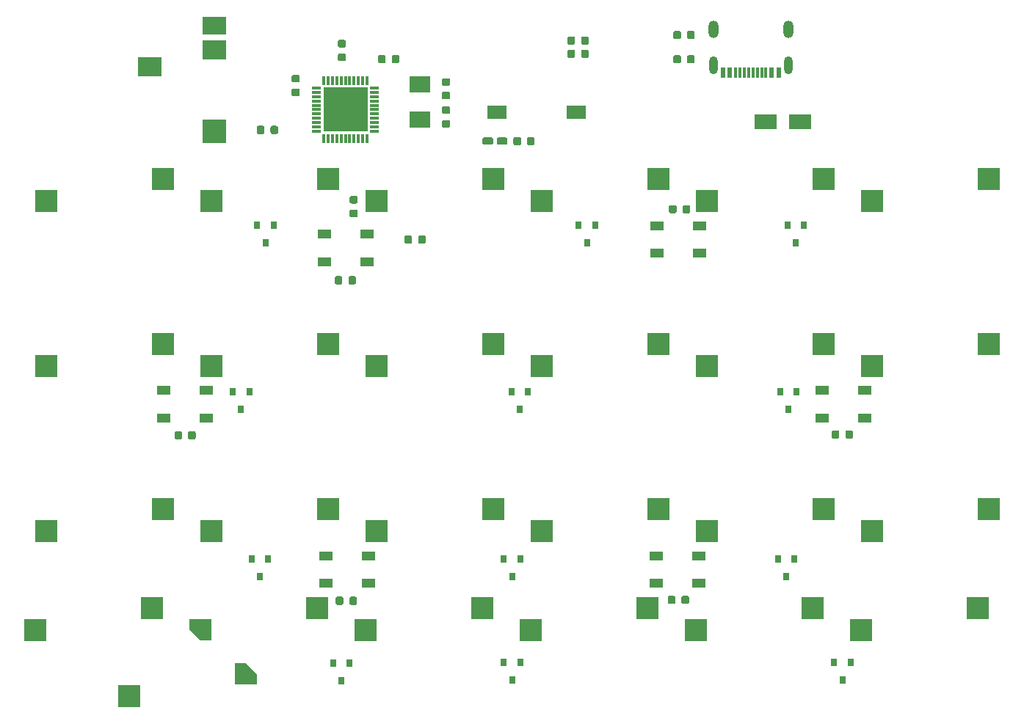
<source format=gbr>
G04 #@! TF.GenerationSoftware,KiCad,Pcbnew,(5.0.1-dev-70-gb7b125d83)*
G04 #@! TF.CreationDate,2019-07-04T18:30:50+02:00*
G04 #@! TF.ProjectId,vitamins_included,766974616D696E735F696E636C756465,rev?*
G04 #@! TF.SameCoordinates,Original*
G04 #@! TF.FileFunction,Paste,Bot*
G04 #@! TF.FilePolarity,Positive*
%FSLAX46Y46*%
G04 Gerber Fmt 4.6, Leading zero omitted, Abs format (unit mm)*
G04 Created by KiCad (PCBNEW (5.0.1-dev-70-gb7b125d83)) date 07/04/19 18:30:50*
%MOMM*%
%LPD*%
G01*
G04 APERTURE LIST*
%ADD10R,0.800000X0.900000*%
%ADD11R,2.550000X2.500000*%
%ADD12C,0.100000*%
%ADD13C,0.875000*%
%ADD14R,2.180000X1.600000*%
%ADD15C,1.000000*%
%ADD16R,5.080000X5.080000*%
%ADD17R,0.998220X0.299720*%
%ADD18R,0.299720X0.998220*%
%ADD19C,0.850000*%
%ADD20R,1.500000X1.000000*%
%ADD21R,2.500000X1.800000*%
%ADD22R,0.600000X1.160000*%
%ADD23R,0.300000X1.160000*%
%ADD24O,1.200000X2.000000*%
%ADD25O,1.000000X2.100000*%
%ADD26R,2.400000X1.900000*%
%ADD27R,2.800000X2.800000*%
%ADD28R,2.800000X2.200000*%
%ADD29R,2.800000X2.000000*%
G04 APERTURE END LIST*
D10*
G04 #@! TO.C,D18*
X88985000Y-45965000D03*
X89935000Y-43965000D03*
X88035000Y-43965000D03*
G04 #@! TD*
D11*
G04 #@! TO.C,SW38*
X35910000Y-57490000D03*
X22460000Y-60030000D03*
G04 #@! TD*
D12*
G04 #@! TO.C,C6*
G36*
X49777691Y-11026053D02*
X49798926Y-11029203D01*
X49819750Y-11034419D01*
X49839962Y-11041651D01*
X49859368Y-11050830D01*
X49877781Y-11061866D01*
X49895024Y-11074654D01*
X49910930Y-11089070D01*
X49925346Y-11104976D01*
X49938134Y-11122219D01*
X49949170Y-11140632D01*
X49958349Y-11160038D01*
X49965581Y-11180250D01*
X49970797Y-11201074D01*
X49973947Y-11222309D01*
X49975000Y-11243750D01*
X49975000Y-11681250D01*
X49973947Y-11702691D01*
X49970797Y-11723926D01*
X49965581Y-11744750D01*
X49958349Y-11764962D01*
X49949170Y-11784368D01*
X49938134Y-11802781D01*
X49925346Y-11820024D01*
X49910930Y-11835930D01*
X49895024Y-11850346D01*
X49877781Y-11863134D01*
X49859368Y-11874170D01*
X49839962Y-11883349D01*
X49819750Y-11890581D01*
X49798926Y-11895797D01*
X49777691Y-11898947D01*
X49756250Y-11900000D01*
X49243750Y-11900000D01*
X49222309Y-11898947D01*
X49201074Y-11895797D01*
X49180250Y-11890581D01*
X49160038Y-11883349D01*
X49140632Y-11874170D01*
X49122219Y-11863134D01*
X49104976Y-11850346D01*
X49089070Y-11835930D01*
X49074654Y-11820024D01*
X49061866Y-11802781D01*
X49050830Y-11784368D01*
X49041651Y-11764962D01*
X49034419Y-11744750D01*
X49029203Y-11723926D01*
X49026053Y-11702691D01*
X49025000Y-11681250D01*
X49025000Y-11243750D01*
X49026053Y-11222309D01*
X49029203Y-11201074D01*
X49034419Y-11180250D01*
X49041651Y-11160038D01*
X49050830Y-11140632D01*
X49061866Y-11122219D01*
X49074654Y-11104976D01*
X49089070Y-11089070D01*
X49104976Y-11074654D01*
X49122219Y-11061866D01*
X49140632Y-11050830D01*
X49160038Y-11041651D01*
X49180250Y-11034419D01*
X49201074Y-11029203D01*
X49222309Y-11026053D01*
X49243750Y-11025000D01*
X49756250Y-11025000D01*
X49777691Y-11026053D01*
X49777691Y-11026053D01*
G37*
D13*
X49500000Y-11462500D03*
D12*
G36*
X49777691Y-12601053D02*
X49798926Y-12604203D01*
X49819750Y-12609419D01*
X49839962Y-12616651D01*
X49859368Y-12625830D01*
X49877781Y-12636866D01*
X49895024Y-12649654D01*
X49910930Y-12664070D01*
X49925346Y-12679976D01*
X49938134Y-12697219D01*
X49949170Y-12715632D01*
X49958349Y-12735038D01*
X49965581Y-12755250D01*
X49970797Y-12776074D01*
X49973947Y-12797309D01*
X49975000Y-12818750D01*
X49975000Y-13256250D01*
X49973947Y-13277691D01*
X49970797Y-13298926D01*
X49965581Y-13319750D01*
X49958349Y-13339962D01*
X49949170Y-13359368D01*
X49938134Y-13377781D01*
X49925346Y-13395024D01*
X49910930Y-13410930D01*
X49895024Y-13425346D01*
X49877781Y-13438134D01*
X49859368Y-13449170D01*
X49839962Y-13458349D01*
X49819750Y-13465581D01*
X49798926Y-13470797D01*
X49777691Y-13473947D01*
X49756250Y-13475000D01*
X49243750Y-13475000D01*
X49222309Y-13473947D01*
X49201074Y-13470797D01*
X49180250Y-13465581D01*
X49160038Y-13458349D01*
X49140632Y-13449170D01*
X49122219Y-13438134D01*
X49104976Y-13425346D01*
X49089070Y-13410930D01*
X49074654Y-13395024D01*
X49061866Y-13377781D01*
X49050830Y-13359368D01*
X49041651Y-13339962D01*
X49034419Y-13319750D01*
X49029203Y-13298926D01*
X49026053Y-13277691D01*
X49025000Y-13256250D01*
X49025000Y-12818750D01*
X49026053Y-12797309D01*
X49029203Y-12776074D01*
X49034419Y-12755250D01*
X49041651Y-12735038D01*
X49050830Y-12715632D01*
X49061866Y-12697219D01*
X49074654Y-12679976D01*
X49089070Y-12664070D01*
X49104976Y-12649654D01*
X49122219Y-12636866D01*
X49140632Y-12625830D01*
X49160038Y-12616651D01*
X49180250Y-12609419D01*
X49201074Y-12604203D01*
X49222309Y-12601053D01*
X49243750Y-12600000D01*
X49756250Y-12600000D01*
X49777691Y-12601053D01*
X49777691Y-12601053D01*
G37*
D13*
X49500000Y-13037500D03*
G04 #@! TD*
D12*
G04 #@! TO.C,R7*
G36*
X64180691Y-2962053D02*
X64201926Y-2965203D01*
X64222750Y-2970419D01*
X64242962Y-2977651D01*
X64262368Y-2986830D01*
X64280781Y-2997866D01*
X64298024Y-3010654D01*
X64313930Y-3025070D01*
X64328346Y-3040976D01*
X64341134Y-3058219D01*
X64352170Y-3076632D01*
X64361349Y-3096038D01*
X64368581Y-3116250D01*
X64373797Y-3137074D01*
X64376947Y-3158309D01*
X64378000Y-3179750D01*
X64378000Y-3692250D01*
X64376947Y-3713691D01*
X64373797Y-3734926D01*
X64368581Y-3755750D01*
X64361349Y-3775962D01*
X64352170Y-3795368D01*
X64341134Y-3813781D01*
X64328346Y-3831024D01*
X64313930Y-3846930D01*
X64298024Y-3861346D01*
X64280781Y-3874134D01*
X64262368Y-3885170D01*
X64242962Y-3894349D01*
X64222750Y-3901581D01*
X64201926Y-3906797D01*
X64180691Y-3909947D01*
X64159250Y-3911000D01*
X63721750Y-3911000D01*
X63700309Y-3909947D01*
X63679074Y-3906797D01*
X63658250Y-3901581D01*
X63638038Y-3894349D01*
X63618632Y-3885170D01*
X63600219Y-3874134D01*
X63582976Y-3861346D01*
X63567070Y-3846930D01*
X63552654Y-3831024D01*
X63539866Y-3813781D01*
X63528830Y-3795368D01*
X63519651Y-3775962D01*
X63512419Y-3755750D01*
X63507203Y-3734926D01*
X63504053Y-3713691D01*
X63503000Y-3692250D01*
X63503000Y-3179750D01*
X63504053Y-3158309D01*
X63507203Y-3137074D01*
X63512419Y-3116250D01*
X63519651Y-3096038D01*
X63528830Y-3076632D01*
X63539866Y-3058219D01*
X63552654Y-3040976D01*
X63567070Y-3025070D01*
X63582976Y-3010654D01*
X63600219Y-2997866D01*
X63618632Y-2986830D01*
X63638038Y-2977651D01*
X63658250Y-2970419D01*
X63679074Y-2965203D01*
X63700309Y-2962053D01*
X63721750Y-2961000D01*
X64159250Y-2961000D01*
X64180691Y-2962053D01*
X64180691Y-2962053D01*
G37*
D13*
X63940500Y-3436000D03*
D12*
G36*
X65755691Y-2962053D02*
X65776926Y-2965203D01*
X65797750Y-2970419D01*
X65817962Y-2977651D01*
X65837368Y-2986830D01*
X65855781Y-2997866D01*
X65873024Y-3010654D01*
X65888930Y-3025070D01*
X65903346Y-3040976D01*
X65916134Y-3058219D01*
X65927170Y-3076632D01*
X65936349Y-3096038D01*
X65943581Y-3116250D01*
X65948797Y-3137074D01*
X65951947Y-3158309D01*
X65953000Y-3179750D01*
X65953000Y-3692250D01*
X65951947Y-3713691D01*
X65948797Y-3734926D01*
X65943581Y-3755750D01*
X65936349Y-3775962D01*
X65927170Y-3795368D01*
X65916134Y-3813781D01*
X65903346Y-3831024D01*
X65888930Y-3846930D01*
X65873024Y-3861346D01*
X65855781Y-3874134D01*
X65837368Y-3885170D01*
X65817962Y-3894349D01*
X65797750Y-3901581D01*
X65776926Y-3906797D01*
X65755691Y-3909947D01*
X65734250Y-3911000D01*
X65296750Y-3911000D01*
X65275309Y-3909947D01*
X65254074Y-3906797D01*
X65233250Y-3901581D01*
X65213038Y-3894349D01*
X65193632Y-3885170D01*
X65175219Y-3874134D01*
X65157976Y-3861346D01*
X65142070Y-3846930D01*
X65127654Y-3831024D01*
X65114866Y-3813781D01*
X65103830Y-3795368D01*
X65094651Y-3775962D01*
X65087419Y-3755750D01*
X65082203Y-3734926D01*
X65079053Y-3713691D01*
X65078000Y-3692250D01*
X65078000Y-3179750D01*
X65079053Y-3158309D01*
X65082203Y-3137074D01*
X65087419Y-3116250D01*
X65094651Y-3096038D01*
X65103830Y-3076632D01*
X65114866Y-3058219D01*
X65127654Y-3040976D01*
X65142070Y-3025070D01*
X65157976Y-3010654D01*
X65175219Y-2997866D01*
X65193632Y-2986830D01*
X65213038Y-2977651D01*
X65233250Y-2970419D01*
X65254074Y-2965203D01*
X65275309Y-2962053D01*
X65296750Y-2961000D01*
X65734250Y-2961000D01*
X65755691Y-2962053D01*
X65755691Y-2962053D01*
G37*
D13*
X65515500Y-3436000D03*
G04 #@! TD*
D14*
G04 #@! TO.C,SW50*
X64540000Y-11700000D03*
X55360000Y-11700000D03*
G04 #@! TD*
D15*
G04 #@! TO.C,SW44*
X21190000Y-71460000D03*
D12*
G36*
X19915000Y-71460000D02*
X19915000Y-70210000D01*
X22465000Y-70210000D01*
X22465000Y-72710000D01*
X21190000Y-72710000D01*
X19915000Y-71460000D01*
X19915000Y-71460000D01*
G37*
D11*
X34640000Y-68920000D03*
G04 #@! TD*
G04 #@! TO.C,SW43*
X2140000Y-71460000D03*
X15590000Y-68920000D03*
G04 #@! TD*
G04 #@! TO.C,SW30*
X112110000Y-19390000D03*
X98660000Y-21930000D03*
G04 #@! TD*
D10*
G04 #@! TO.C,D23*
X57108000Y-77207000D03*
X58058000Y-75207000D03*
X56158000Y-75207000D03*
G04 #@! TD*
D16*
G04 #@! TO.C,U2*
X37892518Y-11411000D03*
D17*
X34544798Y-8911640D03*
X34544798Y-9412020D03*
X34544798Y-9912400D03*
X34544798Y-10412780D03*
X34544798Y-10913160D03*
X34544798Y-11411000D03*
X34544798Y-11908840D03*
X34544798Y-12409220D03*
X34544798Y-12909600D03*
X34544798Y-13409980D03*
X34544798Y-13910360D03*
D18*
X35393158Y-14758720D03*
X35893538Y-14758720D03*
X36393918Y-14758720D03*
X36894298Y-14758720D03*
X37394678Y-14758720D03*
X37892518Y-14758720D03*
X38390358Y-14758720D03*
X38890738Y-14758720D03*
X39391118Y-14758720D03*
X39891498Y-14758720D03*
X40391878Y-14758720D03*
D17*
X41240238Y-13910360D03*
X41240238Y-13409980D03*
X41240238Y-12909600D03*
X41240238Y-12409220D03*
X41240238Y-11908840D03*
X41240238Y-11411000D03*
X41240238Y-10913160D03*
X41240238Y-10412780D03*
X41240238Y-9912400D03*
X41240238Y-9412020D03*
X41240238Y-8911640D03*
D18*
X40391878Y-8063280D03*
X39891498Y-8063280D03*
X39391118Y-8063280D03*
X38890738Y-8063280D03*
X38390358Y-8063280D03*
X37892518Y-8063280D03*
X37394678Y-8063280D03*
X36894298Y-8063280D03*
X36393918Y-8063280D03*
X35893538Y-8063280D03*
X35393158Y-8063280D03*
G04 #@! TD*
D12*
G04 #@! TO.C,D28*
G36*
X54745829Y-14626023D02*
X54766457Y-14629083D01*
X54786685Y-14634150D01*
X54806320Y-14641176D01*
X54825172Y-14650092D01*
X54843059Y-14660813D01*
X54859809Y-14673235D01*
X54875260Y-14687240D01*
X54889265Y-14702691D01*
X54901687Y-14719441D01*
X54912408Y-14737328D01*
X54921324Y-14756180D01*
X54928350Y-14775815D01*
X54933417Y-14796043D01*
X54936477Y-14816671D01*
X54937500Y-14837500D01*
X54937500Y-15262500D01*
X54936477Y-15283329D01*
X54933417Y-15303957D01*
X54928350Y-15324185D01*
X54921324Y-15343820D01*
X54912408Y-15362672D01*
X54901687Y-15380559D01*
X54889265Y-15397309D01*
X54875260Y-15412760D01*
X54859809Y-15426765D01*
X54843059Y-15439187D01*
X54825172Y-15449908D01*
X54806320Y-15458824D01*
X54786685Y-15465850D01*
X54766457Y-15470917D01*
X54745829Y-15473977D01*
X54725000Y-15475000D01*
X53925000Y-15475000D01*
X53904171Y-15473977D01*
X53883543Y-15470917D01*
X53863315Y-15465850D01*
X53843680Y-15458824D01*
X53824828Y-15449908D01*
X53806941Y-15439187D01*
X53790191Y-15426765D01*
X53774740Y-15412760D01*
X53760735Y-15397309D01*
X53748313Y-15380559D01*
X53737592Y-15362672D01*
X53728676Y-15343820D01*
X53721650Y-15324185D01*
X53716583Y-15303957D01*
X53713523Y-15283329D01*
X53712500Y-15262500D01*
X53712500Y-14837500D01*
X53713523Y-14816671D01*
X53716583Y-14796043D01*
X53721650Y-14775815D01*
X53728676Y-14756180D01*
X53737592Y-14737328D01*
X53748313Y-14719441D01*
X53760735Y-14702691D01*
X53774740Y-14687240D01*
X53790191Y-14673235D01*
X53806941Y-14660813D01*
X53824828Y-14650092D01*
X53843680Y-14641176D01*
X53863315Y-14634150D01*
X53883543Y-14629083D01*
X53904171Y-14626023D01*
X53925000Y-14625000D01*
X54725000Y-14625000D01*
X54745829Y-14626023D01*
X54745829Y-14626023D01*
G37*
D19*
X54325000Y-15050000D03*
D12*
G36*
X56370829Y-14626023D02*
X56391457Y-14629083D01*
X56411685Y-14634150D01*
X56431320Y-14641176D01*
X56450172Y-14650092D01*
X56468059Y-14660813D01*
X56484809Y-14673235D01*
X56500260Y-14687240D01*
X56514265Y-14702691D01*
X56526687Y-14719441D01*
X56537408Y-14737328D01*
X56546324Y-14756180D01*
X56553350Y-14775815D01*
X56558417Y-14796043D01*
X56561477Y-14816671D01*
X56562500Y-14837500D01*
X56562500Y-15262500D01*
X56561477Y-15283329D01*
X56558417Y-15303957D01*
X56553350Y-15324185D01*
X56546324Y-15343820D01*
X56537408Y-15362672D01*
X56526687Y-15380559D01*
X56514265Y-15397309D01*
X56500260Y-15412760D01*
X56484809Y-15426765D01*
X56468059Y-15439187D01*
X56450172Y-15449908D01*
X56431320Y-15458824D01*
X56411685Y-15465850D01*
X56391457Y-15470917D01*
X56370829Y-15473977D01*
X56350000Y-15475000D01*
X55550000Y-15475000D01*
X55529171Y-15473977D01*
X55508543Y-15470917D01*
X55488315Y-15465850D01*
X55468680Y-15458824D01*
X55449828Y-15449908D01*
X55431941Y-15439187D01*
X55415191Y-15426765D01*
X55399740Y-15412760D01*
X55385735Y-15397309D01*
X55373313Y-15380559D01*
X55362592Y-15362672D01*
X55353676Y-15343820D01*
X55346650Y-15324185D01*
X55341583Y-15303957D01*
X55338523Y-15283329D01*
X55337500Y-15262500D01*
X55337500Y-14837500D01*
X55338523Y-14816671D01*
X55341583Y-14796043D01*
X55346650Y-14775815D01*
X55353676Y-14756180D01*
X55362592Y-14737328D01*
X55373313Y-14719441D01*
X55385735Y-14702691D01*
X55399740Y-14687240D01*
X55415191Y-14673235D01*
X55431941Y-14660813D01*
X55449828Y-14650092D01*
X55468680Y-14641176D01*
X55488315Y-14634150D01*
X55508543Y-14629083D01*
X55529171Y-14626023D01*
X55550000Y-14625000D01*
X56350000Y-14625000D01*
X56370829Y-14626023D01*
X56370829Y-14626023D01*
G37*
D19*
X55950000Y-15050000D03*
G04 #@! TD*
D12*
G04 #@! TO.C,C18*
G36*
X77465191Y-22426053D02*
X77486426Y-22429203D01*
X77507250Y-22434419D01*
X77527462Y-22441651D01*
X77546868Y-22450830D01*
X77565281Y-22461866D01*
X77582524Y-22474654D01*
X77598430Y-22489070D01*
X77612846Y-22504976D01*
X77625634Y-22522219D01*
X77636670Y-22540632D01*
X77645849Y-22560038D01*
X77653081Y-22580250D01*
X77658297Y-22601074D01*
X77661447Y-22622309D01*
X77662500Y-22643750D01*
X77662500Y-23156250D01*
X77661447Y-23177691D01*
X77658297Y-23198926D01*
X77653081Y-23219750D01*
X77645849Y-23239962D01*
X77636670Y-23259368D01*
X77625634Y-23277781D01*
X77612846Y-23295024D01*
X77598430Y-23310930D01*
X77582524Y-23325346D01*
X77565281Y-23338134D01*
X77546868Y-23349170D01*
X77527462Y-23358349D01*
X77507250Y-23365581D01*
X77486426Y-23370797D01*
X77465191Y-23373947D01*
X77443750Y-23375000D01*
X77006250Y-23375000D01*
X76984809Y-23373947D01*
X76963574Y-23370797D01*
X76942750Y-23365581D01*
X76922538Y-23358349D01*
X76903132Y-23349170D01*
X76884719Y-23338134D01*
X76867476Y-23325346D01*
X76851570Y-23310930D01*
X76837154Y-23295024D01*
X76824366Y-23277781D01*
X76813330Y-23259368D01*
X76804151Y-23239962D01*
X76796919Y-23219750D01*
X76791703Y-23198926D01*
X76788553Y-23177691D01*
X76787500Y-23156250D01*
X76787500Y-22643750D01*
X76788553Y-22622309D01*
X76791703Y-22601074D01*
X76796919Y-22580250D01*
X76804151Y-22560038D01*
X76813330Y-22540632D01*
X76824366Y-22522219D01*
X76837154Y-22504976D01*
X76851570Y-22489070D01*
X76867476Y-22474654D01*
X76884719Y-22461866D01*
X76903132Y-22450830D01*
X76922538Y-22441651D01*
X76942750Y-22434419D01*
X76963574Y-22429203D01*
X76984809Y-22426053D01*
X77006250Y-22425000D01*
X77443750Y-22425000D01*
X77465191Y-22426053D01*
X77465191Y-22426053D01*
G37*
D13*
X77225000Y-22900000D03*
D12*
G36*
X75890191Y-22426053D02*
X75911426Y-22429203D01*
X75932250Y-22434419D01*
X75952462Y-22441651D01*
X75971868Y-22450830D01*
X75990281Y-22461866D01*
X76007524Y-22474654D01*
X76023430Y-22489070D01*
X76037846Y-22504976D01*
X76050634Y-22522219D01*
X76061670Y-22540632D01*
X76070849Y-22560038D01*
X76078081Y-22580250D01*
X76083297Y-22601074D01*
X76086447Y-22622309D01*
X76087500Y-22643750D01*
X76087500Y-23156250D01*
X76086447Y-23177691D01*
X76083297Y-23198926D01*
X76078081Y-23219750D01*
X76070849Y-23239962D01*
X76061670Y-23259368D01*
X76050634Y-23277781D01*
X76037846Y-23295024D01*
X76023430Y-23310930D01*
X76007524Y-23325346D01*
X75990281Y-23338134D01*
X75971868Y-23349170D01*
X75952462Y-23358349D01*
X75932250Y-23365581D01*
X75911426Y-23370797D01*
X75890191Y-23373947D01*
X75868750Y-23375000D01*
X75431250Y-23375000D01*
X75409809Y-23373947D01*
X75388574Y-23370797D01*
X75367750Y-23365581D01*
X75347538Y-23358349D01*
X75328132Y-23349170D01*
X75309719Y-23338134D01*
X75292476Y-23325346D01*
X75276570Y-23310930D01*
X75262154Y-23295024D01*
X75249366Y-23277781D01*
X75238330Y-23259368D01*
X75229151Y-23239962D01*
X75221919Y-23219750D01*
X75216703Y-23198926D01*
X75213553Y-23177691D01*
X75212500Y-23156250D01*
X75212500Y-22643750D01*
X75213553Y-22622309D01*
X75216703Y-22601074D01*
X75221919Y-22580250D01*
X75229151Y-22560038D01*
X75238330Y-22540632D01*
X75249366Y-22522219D01*
X75262154Y-22504976D01*
X75276570Y-22489070D01*
X75292476Y-22474654D01*
X75309719Y-22461866D01*
X75328132Y-22450830D01*
X75347538Y-22441651D01*
X75367750Y-22434419D01*
X75388574Y-22429203D01*
X75409809Y-22426053D01*
X75431250Y-22425000D01*
X75868750Y-22425000D01*
X75890191Y-22426053D01*
X75890191Y-22426053D01*
G37*
D13*
X75650000Y-22900000D03*
G04 #@! TD*
D11*
G04 #@! TO.C,SW40*
X74010000Y-57490000D03*
X60560000Y-60030000D03*
G04 #@! TD*
G04 #@! TO.C,SW28*
X74010000Y-19390000D03*
X60560000Y-21930000D03*
G04 #@! TD*
D10*
G04 #@! TO.C,D21*
X88731000Y-65269000D03*
X89681000Y-63269000D03*
X87781000Y-63269000D03*
G04 #@! TD*
D11*
G04 #@! TO.C,SW29*
X93060000Y-19390000D03*
X79610000Y-21930000D03*
G04 #@! TD*
G04 #@! TO.C,SW48*
X97390000Y-71460000D03*
X110840000Y-68920000D03*
G04 #@! TD*
D12*
G04 #@! TO.C,C7*
G36*
X49777691Y-7776053D02*
X49798926Y-7779203D01*
X49819750Y-7784419D01*
X49839962Y-7791651D01*
X49859368Y-7800830D01*
X49877781Y-7811866D01*
X49895024Y-7824654D01*
X49910930Y-7839070D01*
X49925346Y-7854976D01*
X49938134Y-7872219D01*
X49949170Y-7890632D01*
X49958349Y-7910038D01*
X49965581Y-7930250D01*
X49970797Y-7951074D01*
X49973947Y-7972309D01*
X49975000Y-7993750D01*
X49975000Y-8431250D01*
X49973947Y-8452691D01*
X49970797Y-8473926D01*
X49965581Y-8494750D01*
X49958349Y-8514962D01*
X49949170Y-8534368D01*
X49938134Y-8552781D01*
X49925346Y-8570024D01*
X49910930Y-8585930D01*
X49895024Y-8600346D01*
X49877781Y-8613134D01*
X49859368Y-8624170D01*
X49839962Y-8633349D01*
X49819750Y-8640581D01*
X49798926Y-8645797D01*
X49777691Y-8648947D01*
X49756250Y-8650000D01*
X49243750Y-8650000D01*
X49222309Y-8648947D01*
X49201074Y-8645797D01*
X49180250Y-8640581D01*
X49160038Y-8633349D01*
X49140632Y-8624170D01*
X49122219Y-8613134D01*
X49104976Y-8600346D01*
X49089070Y-8585930D01*
X49074654Y-8570024D01*
X49061866Y-8552781D01*
X49050830Y-8534368D01*
X49041651Y-8514962D01*
X49034419Y-8494750D01*
X49029203Y-8473926D01*
X49026053Y-8452691D01*
X49025000Y-8431250D01*
X49025000Y-7993750D01*
X49026053Y-7972309D01*
X49029203Y-7951074D01*
X49034419Y-7930250D01*
X49041651Y-7910038D01*
X49050830Y-7890632D01*
X49061866Y-7872219D01*
X49074654Y-7854976D01*
X49089070Y-7839070D01*
X49104976Y-7824654D01*
X49122219Y-7811866D01*
X49140632Y-7800830D01*
X49160038Y-7791651D01*
X49180250Y-7784419D01*
X49201074Y-7779203D01*
X49222309Y-7776053D01*
X49243750Y-7775000D01*
X49756250Y-7775000D01*
X49777691Y-7776053D01*
X49777691Y-7776053D01*
G37*
D13*
X49500000Y-8212500D03*
D12*
G36*
X49777691Y-9351053D02*
X49798926Y-9354203D01*
X49819750Y-9359419D01*
X49839962Y-9366651D01*
X49859368Y-9375830D01*
X49877781Y-9386866D01*
X49895024Y-9399654D01*
X49910930Y-9414070D01*
X49925346Y-9429976D01*
X49938134Y-9447219D01*
X49949170Y-9465632D01*
X49958349Y-9485038D01*
X49965581Y-9505250D01*
X49970797Y-9526074D01*
X49973947Y-9547309D01*
X49975000Y-9568750D01*
X49975000Y-10006250D01*
X49973947Y-10027691D01*
X49970797Y-10048926D01*
X49965581Y-10069750D01*
X49958349Y-10089962D01*
X49949170Y-10109368D01*
X49938134Y-10127781D01*
X49925346Y-10145024D01*
X49910930Y-10160930D01*
X49895024Y-10175346D01*
X49877781Y-10188134D01*
X49859368Y-10199170D01*
X49839962Y-10208349D01*
X49819750Y-10215581D01*
X49798926Y-10220797D01*
X49777691Y-10223947D01*
X49756250Y-10225000D01*
X49243750Y-10225000D01*
X49222309Y-10223947D01*
X49201074Y-10220797D01*
X49180250Y-10215581D01*
X49160038Y-10208349D01*
X49140632Y-10199170D01*
X49122219Y-10188134D01*
X49104976Y-10175346D01*
X49089070Y-10160930D01*
X49074654Y-10145024D01*
X49061866Y-10127781D01*
X49050830Y-10109368D01*
X49041651Y-10089962D01*
X49034419Y-10069750D01*
X49029203Y-10048926D01*
X49026053Y-10027691D01*
X49025000Y-10006250D01*
X49025000Y-9568750D01*
X49026053Y-9547309D01*
X49029203Y-9526074D01*
X49034419Y-9505250D01*
X49041651Y-9485038D01*
X49050830Y-9465632D01*
X49061866Y-9447219D01*
X49074654Y-9429976D01*
X49089070Y-9414070D01*
X49104976Y-9399654D01*
X49122219Y-9386866D01*
X49140632Y-9375830D01*
X49160038Y-9366651D01*
X49180250Y-9359419D01*
X49201074Y-9354203D01*
X49222309Y-9351053D01*
X49243750Y-9350000D01*
X49756250Y-9350000D01*
X49777691Y-9351053D01*
X49777691Y-9351053D01*
G37*
D13*
X49500000Y-9787500D03*
G04 #@! TD*
D12*
G04 #@! TO.C,C19*
G36*
X94652691Y-48426053D02*
X94673926Y-48429203D01*
X94694750Y-48434419D01*
X94714962Y-48441651D01*
X94734368Y-48450830D01*
X94752781Y-48461866D01*
X94770024Y-48474654D01*
X94785930Y-48489070D01*
X94800346Y-48504976D01*
X94813134Y-48522219D01*
X94824170Y-48540632D01*
X94833349Y-48560038D01*
X94840581Y-48580250D01*
X94845797Y-48601074D01*
X94848947Y-48622309D01*
X94850000Y-48643750D01*
X94850000Y-49156250D01*
X94848947Y-49177691D01*
X94845797Y-49198926D01*
X94840581Y-49219750D01*
X94833349Y-49239962D01*
X94824170Y-49259368D01*
X94813134Y-49277781D01*
X94800346Y-49295024D01*
X94785930Y-49310930D01*
X94770024Y-49325346D01*
X94752781Y-49338134D01*
X94734368Y-49349170D01*
X94714962Y-49358349D01*
X94694750Y-49365581D01*
X94673926Y-49370797D01*
X94652691Y-49373947D01*
X94631250Y-49375000D01*
X94193750Y-49375000D01*
X94172309Y-49373947D01*
X94151074Y-49370797D01*
X94130250Y-49365581D01*
X94110038Y-49358349D01*
X94090632Y-49349170D01*
X94072219Y-49338134D01*
X94054976Y-49325346D01*
X94039070Y-49310930D01*
X94024654Y-49295024D01*
X94011866Y-49277781D01*
X94000830Y-49259368D01*
X93991651Y-49239962D01*
X93984419Y-49219750D01*
X93979203Y-49198926D01*
X93976053Y-49177691D01*
X93975000Y-49156250D01*
X93975000Y-48643750D01*
X93976053Y-48622309D01*
X93979203Y-48601074D01*
X93984419Y-48580250D01*
X93991651Y-48560038D01*
X94000830Y-48540632D01*
X94011866Y-48522219D01*
X94024654Y-48504976D01*
X94039070Y-48489070D01*
X94054976Y-48474654D01*
X94072219Y-48461866D01*
X94090632Y-48450830D01*
X94110038Y-48441651D01*
X94130250Y-48434419D01*
X94151074Y-48429203D01*
X94172309Y-48426053D01*
X94193750Y-48425000D01*
X94631250Y-48425000D01*
X94652691Y-48426053D01*
X94652691Y-48426053D01*
G37*
D13*
X94412500Y-48900000D03*
D12*
G36*
X96227691Y-48426053D02*
X96248926Y-48429203D01*
X96269750Y-48434419D01*
X96289962Y-48441651D01*
X96309368Y-48450830D01*
X96327781Y-48461866D01*
X96345024Y-48474654D01*
X96360930Y-48489070D01*
X96375346Y-48504976D01*
X96388134Y-48522219D01*
X96399170Y-48540632D01*
X96408349Y-48560038D01*
X96415581Y-48580250D01*
X96420797Y-48601074D01*
X96423947Y-48622309D01*
X96425000Y-48643750D01*
X96425000Y-49156250D01*
X96423947Y-49177691D01*
X96420797Y-49198926D01*
X96415581Y-49219750D01*
X96408349Y-49239962D01*
X96399170Y-49259368D01*
X96388134Y-49277781D01*
X96375346Y-49295024D01*
X96360930Y-49310930D01*
X96345024Y-49325346D01*
X96327781Y-49338134D01*
X96309368Y-49349170D01*
X96289962Y-49358349D01*
X96269750Y-49365581D01*
X96248926Y-49370797D01*
X96227691Y-49373947D01*
X96206250Y-49375000D01*
X95768750Y-49375000D01*
X95747309Y-49373947D01*
X95726074Y-49370797D01*
X95705250Y-49365581D01*
X95685038Y-49358349D01*
X95665632Y-49349170D01*
X95647219Y-49338134D01*
X95629976Y-49325346D01*
X95614070Y-49310930D01*
X95599654Y-49295024D01*
X95586866Y-49277781D01*
X95575830Y-49259368D01*
X95566651Y-49239962D01*
X95559419Y-49219750D01*
X95554203Y-49198926D01*
X95551053Y-49177691D01*
X95550000Y-49156250D01*
X95550000Y-48643750D01*
X95551053Y-48622309D01*
X95554203Y-48601074D01*
X95559419Y-48580250D01*
X95566651Y-48560038D01*
X95575830Y-48540632D01*
X95586866Y-48522219D01*
X95599654Y-48504976D01*
X95614070Y-48489070D01*
X95629976Y-48474654D01*
X95647219Y-48461866D01*
X95665632Y-48450830D01*
X95685038Y-48441651D01*
X95705250Y-48434419D01*
X95726074Y-48429203D01*
X95747309Y-48426053D01*
X95768750Y-48425000D01*
X96206250Y-48425000D01*
X96227691Y-48426053D01*
X96227691Y-48426053D01*
G37*
D13*
X95987500Y-48900000D03*
G04 #@! TD*
D15*
G04 #@! TO.C,SW43*
X26385000Y-76540000D03*
D12*
G36*
X27660000Y-76540000D02*
X27660000Y-77790000D01*
X25110000Y-77790000D01*
X25110000Y-75290000D01*
X26385000Y-75290000D01*
X27660000Y-76540000D01*
X27660000Y-76540000D01*
G37*
D11*
X12935000Y-79080000D03*
G04 #@! TD*
G04 #@! TO.C,SW35*
X93060000Y-38440000D03*
X79610000Y-40980000D03*
G04 #@! TD*
G04 #@! TO.C,SW27*
X54960000Y-19390000D03*
X41510000Y-21930000D03*
G04 #@! TD*
D20*
G04 #@! TO.C,D35*
X40400000Y-25800000D03*
X40400000Y-29000000D03*
X35500000Y-25800000D03*
X35500000Y-29000000D03*
G04 #@! TD*
D10*
G04 #@! TO.C,D22*
X36473000Y-75334000D03*
X38373000Y-75334000D03*
X37423000Y-77334000D03*
G04 #@! TD*
D11*
G04 #@! TO.C,SW39*
X54960000Y-57490000D03*
X41510000Y-60030000D03*
G04 #@! TD*
D21*
G04 #@! TO.C,D26*
X90350000Y-12850000D03*
X86350000Y-12850000D03*
G04 #@! TD*
D11*
G04 #@! TO.C,SW33*
X54960000Y-38440000D03*
X41510000Y-40980000D03*
G04 #@! TD*
D12*
G04 #@! TO.C,C17*
G36*
X39027691Y-67626053D02*
X39048926Y-67629203D01*
X39069750Y-67634419D01*
X39089962Y-67641651D01*
X39109368Y-67650830D01*
X39127781Y-67661866D01*
X39145024Y-67674654D01*
X39160930Y-67689070D01*
X39175346Y-67704976D01*
X39188134Y-67722219D01*
X39199170Y-67740632D01*
X39208349Y-67760038D01*
X39215581Y-67780250D01*
X39220797Y-67801074D01*
X39223947Y-67822309D01*
X39225000Y-67843750D01*
X39225000Y-68356250D01*
X39223947Y-68377691D01*
X39220797Y-68398926D01*
X39215581Y-68419750D01*
X39208349Y-68439962D01*
X39199170Y-68459368D01*
X39188134Y-68477781D01*
X39175346Y-68495024D01*
X39160930Y-68510930D01*
X39145024Y-68525346D01*
X39127781Y-68538134D01*
X39109368Y-68549170D01*
X39089962Y-68558349D01*
X39069750Y-68565581D01*
X39048926Y-68570797D01*
X39027691Y-68573947D01*
X39006250Y-68575000D01*
X38568750Y-68575000D01*
X38547309Y-68573947D01*
X38526074Y-68570797D01*
X38505250Y-68565581D01*
X38485038Y-68558349D01*
X38465632Y-68549170D01*
X38447219Y-68538134D01*
X38429976Y-68525346D01*
X38414070Y-68510930D01*
X38399654Y-68495024D01*
X38386866Y-68477781D01*
X38375830Y-68459368D01*
X38366651Y-68439962D01*
X38359419Y-68419750D01*
X38354203Y-68398926D01*
X38351053Y-68377691D01*
X38350000Y-68356250D01*
X38350000Y-67843750D01*
X38351053Y-67822309D01*
X38354203Y-67801074D01*
X38359419Y-67780250D01*
X38366651Y-67760038D01*
X38375830Y-67740632D01*
X38386866Y-67722219D01*
X38399654Y-67704976D01*
X38414070Y-67689070D01*
X38429976Y-67674654D01*
X38447219Y-67661866D01*
X38465632Y-67650830D01*
X38485038Y-67641651D01*
X38505250Y-67634419D01*
X38526074Y-67629203D01*
X38547309Y-67626053D01*
X38568750Y-67625000D01*
X39006250Y-67625000D01*
X39027691Y-67626053D01*
X39027691Y-67626053D01*
G37*
D13*
X38787500Y-68100000D03*
D12*
G36*
X37452691Y-67626053D02*
X37473926Y-67629203D01*
X37494750Y-67634419D01*
X37514962Y-67641651D01*
X37534368Y-67650830D01*
X37552781Y-67661866D01*
X37570024Y-67674654D01*
X37585930Y-67689070D01*
X37600346Y-67704976D01*
X37613134Y-67722219D01*
X37624170Y-67740632D01*
X37633349Y-67760038D01*
X37640581Y-67780250D01*
X37645797Y-67801074D01*
X37648947Y-67822309D01*
X37650000Y-67843750D01*
X37650000Y-68356250D01*
X37648947Y-68377691D01*
X37645797Y-68398926D01*
X37640581Y-68419750D01*
X37633349Y-68439962D01*
X37624170Y-68459368D01*
X37613134Y-68477781D01*
X37600346Y-68495024D01*
X37585930Y-68510930D01*
X37570024Y-68525346D01*
X37552781Y-68538134D01*
X37534368Y-68549170D01*
X37514962Y-68558349D01*
X37494750Y-68565581D01*
X37473926Y-68570797D01*
X37452691Y-68573947D01*
X37431250Y-68575000D01*
X36993750Y-68575000D01*
X36972309Y-68573947D01*
X36951074Y-68570797D01*
X36930250Y-68565581D01*
X36910038Y-68558349D01*
X36890632Y-68549170D01*
X36872219Y-68538134D01*
X36854976Y-68525346D01*
X36839070Y-68510930D01*
X36824654Y-68495024D01*
X36811866Y-68477781D01*
X36800830Y-68459368D01*
X36791651Y-68439962D01*
X36784419Y-68419750D01*
X36779203Y-68398926D01*
X36776053Y-68377691D01*
X36775000Y-68356250D01*
X36775000Y-67843750D01*
X36776053Y-67822309D01*
X36779203Y-67801074D01*
X36784419Y-67780250D01*
X36791651Y-67760038D01*
X36800830Y-67740632D01*
X36811866Y-67722219D01*
X36824654Y-67704976D01*
X36839070Y-67689070D01*
X36854976Y-67674654D01*
X36872219Y-67661866D01*
X36890632Y-67650830D01*
X36910038Y-67641651D01*
X36930250Y-67634419D01*
X36951074Y-67629203D01*
X36972309Y-67626053D01*
X36993750Y-67625000D01*
X37431250Y-67625000D01*
X37452691Y-67626053D01*
X37452691Y-67626053D01*
G37*
D13*
X37212500Y-68100000D03*
G04 #@! TD*
D11*
G04 #@! TO.C,SW46*
X59290000Y-71460000D03*
X72740000Y-68920000D03*
G04 #@! TD*
D12*
G04 #@! TO.C,C16*
G36*
X18852691Y-48526053D02*
X18873926Y-48529203D01*
X18894750Y-48534419D01*
X18914962Y-48541651D01*
X18934368Y-48550830D01*
X18952781Y-48561866D01*
X18970024Y-48574654D01*
X18985930Y-48589070D01*
X19000346Y-48604976D01*
X19013134Y-48622219D01*
X19024170Y-48640632D01*
X19033349Y-48660038D01*
X19040581Y-48680250D01*
X19045797Y-48701074D01*
X19048947Y-48722309D01*
X19050000Y-48743750D01*
X19050000Y-49256250D01*
X19048947Y-49277691D01*
X19045797Y-49298926D01*
X19040581Y-49319750D01*
X19033349Y-49339962D01*
X19024170Y-49359368D01*
X19013134Y-49377781D01*
X19000346Y-49395024D01*
X18985930Y-49410930D01*
X18970024Y-49425346D01*
X18952781Y-49438134D01*
X18934368Y-49449170D01*
X18914962Y-49458349D01*
X18894750Y-49465581D01*
X18873926Y-49470797D01*
X18852691Y-49473947D01*
X18831250Y-49475000D01*
X18393750Y-49475000D01*
X18372309Y-49473947D01*
X18351074Y-49470797D01*
X18330250Y-49465581D01*
X18310038Y-49458349D01*
X18290632Y-49449170D01*
X18272219Y-49438134D01*
X18254976Y-49425346D01*
X18239070Y-49410930D01*
X18224654Y-49395024D01*
X18211866Y-49377781D01*
X18200830Y-49359368D01*
X18191651Y-49339962D01*
X18184419Y-49319750D01*
X18179203Y-49298926D01*
X18176053Y-49277691D01*
X18175000Y-49256250D01*
X18175000Y-48743750D01*
X18176053Y-48722309D01*
X18179203Y-48701074D01*
X18184419Y-48680250D01*
X18191651Y-48660038D01*
X18200830Y-48640632D01*
X18211866Y-48622219D01*
X18224654Y-48604976D01*
X18239070Y-48589070D01*
X18254976Y-48574654D01*
X18272219Y-48561866D01*
X18290632Y-48550830D01*
X18310038Y-48541651D01*
X18330250Y-48534419D01*
X18351074Y-48529203D01*
X18372309Y-48526053D01*
X18393750Y-48525000D01*
X18831250Y-48525000D01*
X18852691Y-48526053D01*
X18852691Y-48526053D01*
G37*
D13*
X18612500Y-49000000D03*
D12*
G36*
X20427691Y-48526053D02*
X20448926Y-48529203D01*
X20469750Y-48534419D01*
X20489962Y-48541651D01*
X20509368Y-48550830D01*
X20527781Y-48561866D01*
X20545024Y-48574654D01*
X20560930Y-48589070D01*
X20575346Y-48604976D01*
X20588134Y-48622219D01*
X20599170Y-48640632D01*
X20608349Y-48660038D01*
X20615581Y-48680250D01*
X20620797Y-48701074D01*
X20623947Y-48722309D01*
X20625000Y-48743750D01*
X20625000Y-49256250D01*
X20623947Y-49277691D01*
X20620797Y-49298926D01*
X20615581Y-49319750D01*
X20608349Y-49339962D01*
X20599170Y-49359368D01*
X20588134Y-49377781D01*
X20575346Y-49395024D01*
X20560930Y-49410930D01*
X20545024Y-49425346D01*
X20527781Y-49438134D01*
X20509368Y-49449170D01*
X20489962Y-49458349D01*
X20469750Y-49465581D01*
X20448926Y-49470797D01*
X20427691Y-49473947D01*
X20406250Y-49475000D01*
X19968750Y-49475000D01*
X19947309Y-49473947D01*
X19926074Y-49470797D01*
X19905250Y-49465581D01*
X19885038Y-49458349D01*
X19865632Y-49449170D01*
X19847219Y-49438134D01*
X19829976Y-49425346D01*
X19814070Y-49410930D01*
X19799654Y-49395024D01*
X19786866Y-49377781D01*
X19775830Y-49359368D01*
X19766651Y-49339962D01*
X19759419Y-49319750D01*
X19754203Y-49298926D01*
X19751053Y-49277691D01*
X19750000Y-49256250D01*
X19750000Y-48743750D01*
X19751053Y-48722309D01*
X19754203Y-48701074D01*
X19759419Y-48680250D01*
X19766651Y-48660038D01*
X19775830Y-48640632D01*
X19786866Y-48622219D01*
X19799654Y-48604976D01*
X19814070Y-48589070D01*
X19829976Y-48574654D01*
X19847219Y-48561866D01*
X19865632Y-48550830D01*
X19885038Y-48541651D01*
X19905250Y-48534419D01*
X19926074Y-48529203D01*
X19947309Y-48526053D01*
X19968750Y-48525000D01*
X20406250Y-48525000D01*
X20427691Y-48526053D01*
X20427691Y-48526053D01*
G37*
D13*
X20187500Y-49000000D03*
G04 #@! TD*
D10*
G04 #@! TO.C,D24*
X95208000Y-77207000D03*
X96158000Y-75207000D03*
X94258000Y-75207000D03*
G04 #@! TD*
D22*
G04 #@! TO.C,J10*
X87850000Y-7130000D03*
X87050000Y-7130000D03*
X87850000Y-7130000D03*
X87050000Y-7130000D03*
X81450000Y-7130000D03*
X81450000Y-7130000D03*
X82250000Y-7130000D03*
X82250000Y-7130000D03*
D23*
X86400000Y-7130000D03*
X85400000Y-7130000D03*
X85900000Y-7130000D03*
X83400000Y-7130000D03*
X82900000Y-7130000D03*
X84900000Y-7130000D03*
X84400000Y-7130000D03*
X83900000Y-7130000D03*
D24*
X88970000Y-2140000D03*
X80330000Y-2140000D03*
D25*
X88970000Y-6310000D03*
X80330000Y-6310000D03*
G04 #@! TD*
D20*
G04 #@! TO.C,D39*
X97750000Y-43800000D03*
X97750000Y-47000000D03*
X92850000Y-43800000D03*
X92850000Y-47000000D03*
G04 #@! TD*
D11*
G04 #@! TO.C,SW36*
X112110000Y-38440000D03*
X98660000Y-40980000D03*
G04 #@! TD*
G04 #@! TO.C,SW32*
X35910000Y-38440000D03*
X22460000Y-40980000D03*
G04 #@! TD*
G04 #@! TO.C,SW26*
X35910000Y-19390000D03*
X22460000Y-21930000D03*
G04 #@! TD*
G04 #@! TO.C,SW34*
X74010000Y-38440000D03*
X60560000Y-40980000D03*
G04 #@! TD*
D20*
G04 #@! TO.C,D36*
X16950000Y-47000000D03*
X16950000Y-43800000D03*
X21850000Y-47000000D03*
X21850000Y-43800000D03*
G04 #@! TD*
D10*
G04 #@! TO.C,D19*
X28025000Y-65269000D03*
X28975000Y-63269000D03*
X27075000Y-63269000D03*
G04 #@! TD*
D12*
G04 #@! TO.C,C15*
G36*
X37340191Y-30626053D02*
X37361426Y-30629203D01*
X37382250Y-30634419D01*
X37402462Y-30641651D01*
X37421868Y-30650830D01*
X37440281Y-30661866D01*
X37457524Y-30674654D01*
X37473430Y-30689070D01*
X37487846Y-30704976D01*
X37500634Y-30722219D01*
X37511670Y-30740632D01*
X37520849Y-30760038D01*
X37528081Y-30780250D01*
X37533297Y-30801074D01*
X37536447Y-30822309D01*
X37537500Y-30843750D01*
X37537500Y-31356250D01*
X37536447Y-31377691D01*
X37533297Y-31398926D01*
X37528081Y-31419750D01*
X37520849Y-31439962D01*
X37511670Y-31459368D01*
X37500634Y-31477781D01*
X37487846Y-31495024D01*
X37473430Y-31510930D01*
X37457524Y-31525346D01*
X37440281Y-31538134D01*
X37421868Y-31549170D01*
X37402462Y-31558349D01*
X37382250Y-31565581D01*
X37361426Y-31570797D01*
X37340191Y-31573947D01*
X37318750Y-31575000D01*
X36881250Y-31575000D01*
X36859809Y-31573947D01*
X36838574Y-31570797D01*
X36817750Y-31565581D01*
X36797538Y-31558349D01*
X36778132Y-31549170D01*
X36759719Y-31538134D01*
X36742476Y-31525346D01*
X36726570Y-31510930D01*
X36712154Y-31495024D01*
X36699366Y-31477781D01*
X36688330Y-31459368D01*
X36679151Y-31439962D01*
X36671919Y-31419750D01*
X36666703Y-31398926D01*
X36663553Y-31377691D01*
X36662500Y-31356250D01*
X36662500Y-30843750D01*
X36663553Y-30822309D01*
X36666703Y-30801074D01*
X36671919Y-30780250D01*
X36679151Y-30760038D01*
X36688330Y-30740632D01*
X36699366Y-30722219D01*
X36712154Y-30704976D01*
X36726570Y-30689070D01*
X36742476Y-30674654D01*
X36759719Y-30661866D01*
X36778132Y-30650830D01*
X36797538Y-30641651D01*
X36817750Y-30634419D01*
X36838574Y-30629203D01*
X36859809Y-30626053D01*
X36881250Y-30625000D01*
X37318750Y-30625000D01*
X37340191Y-30626053D01*
X37340191Y-30626053D01*
G37*
D13*
X37100000Y-31100000D03*
D12*
G36*
X38915191Y-30626053D02*
X38936426Y-30629203D01*
X38957250Y-30634419D01*
X38977462Y-30641651D01*
X38996868Y-30650830D01*
X39015281Y-30661866D01*
X39032524Y-30674654D01*
X39048430Y-30689070D01*
X39062846Y-30704976D01*
X39075634Y-30722219D01*
X39086670Y-30740632D01*
X39095849Y-30760038D01*
X39103081Y-30780250D01*
X39108297Y-30801074D01*
X39111447Y-30822309D01*
X39112500Y-30843750D01*
X39112500Y-31356250D01*
X39111447Y-31377691D01*
X39108297Y-31398926D01*
X39103081Y-31419750D01*
X39095849Y-31439962D01*
X39086670Y-31459368D01*
X39075634Y-31477781D01*
X39062846Y-31495024D01*
X39048430Y-31510930D01*
X39032524Y-31525346D01*
X39015281Y-31538134D01*
X38996868Y-31549170D01*
X38977462Y-31558349D01*
X38957250Y-31565581D01*
X38936426Y-31570797D01*
X38915191Y-31573947D01*
X38893750Y-31575000D01*
X38456250Y-31575000D01*
X38434809Y-31573947D01*
X38413574Y-31570797D01*
X38392750Y-31565581D01*
X38372538Y-31558349D01*
X38353132Y-31549170D01*
X38334719Y-31538134D01*
X38317476Y-31525346D01*
X38301570Y-31510930D01*
X38287154Y-31495024D01*
X38274366Y-31477781D01*
X38263330Y-31459368D01*
X38254151Y-31439962D01*
X38246919Y-31419750D01*
X38241703Y-31398926D01*
X38238553Y-31377691D01*
X38237500Y-31356250D01*
X38237500Y-30843750D01*
X38238553Y-30822309D01*
X38241703Y-30801074D01*
X38246919Y-30780250D01*
X38254151Y-30760038D01*
X38263330Y-30740632D01*
X38274366Y-30722219D01*
X38287154Y-30704976D01*
X38301570Y-30689070D01*
X38317476Y-30674654D01*
X38334719Y-30661866D01*
X38353132Y-30650830D01*
X38372538Y-30641651D01*
X38392750Y-30634419D01*
X38413574Y-30629203D01*
X38434809Y-30626053D01*
X38456250Y-30625000D01*
X38893750Y-30625000D01*
X38915191Y-30626053D01*
X38915191Y-30626053D01*
G37*
D13*
X38675000Y-31100000D03*
G04 #@! TD*
D11*
G04 #@! TO.C,SW31*
X16860000Y-38440000D03*
X3410000Y-40980000D03*
G04 #@! TD*
D20*
G04 #@! TO.C,D40*
X78650000Y-62900000D03*
X78650000Y-66100000D03*
X73750000Y-62900000D03*
X73750000Y-66100000D03*
G04 #@! TD*
D12*
G04 #@! TO.C,R14*
G36*
X39127691Y-22951053D02*
X39148926Y-22954203D01*
X39169750Y-22959419D01*
X39189962Y-22966651D01*
X39209368Y-22975830D01*
X39227781Y-22986866D01*
X39245024Y-22999654D01*
X39260930Y-23014070D01*
X39275346Y-23029976D01*
X39288134Y-23047219D01*
X39299170Y-23065632D01*
X39308349Y-23085038D01*
X39315581Y-23105250D01*
X39320797Y-23126074D01*
X39323947Y-23147309D01*
X39325000Y-23168750D01*
X39325000Y-23606250D01*
X39323947Y-23627691D01*
X39320797Y-23648926D01*
X39315581Y-23669750D01*
X39308349Y-23689962D01*
X39299170Y-23709368D01*
X39288134Y-23727781D01*
X39275346Y-23745024D01*
X39260930Y-23760930D01*
X39245024Y-23775346D01*
X39227781Y-23788134D01*
X39209368Y-23799170D01*
X39189962Y-23808349D01*
X39169750Y-23815581D01*
X39148926Y-23820797D01*
X39127691Y-23823947D01*
X39106250Y-23825000D01*
X38593750Y-23825000D01*
X38572309Y-23823947D01*
X38551074Y-23820797D01*
X38530250Y-23815581D01*
X38510038Y-23808349D01*
X38490632Y-23799170D01*
X38472219Y-23788134D01*
X38454976Y-23775346D01*
X38439070Y-23760930D01*
X38424654Y-23745024D01*
X38411866Y-23727781D01*
X38400830Y-23709368D01*
X38391651Y-23689962D01*
X38384419Y-23669750D01*
X38379203Y-23648926D01*
X38376053Y-23627691D01*
X38375000Y-23606250D01*
X38375000Y-23168750D01*
X38376053Y-23147309D01*
X38379203Y-23126074D01*
X38384419Y-23105250D01*
X38391651Y-23085038D01*
X38400830Y-23065632D01*
X38411866Y-23047219D01*
X38424654Y-23029976D01*
X38439070Y-23014070D01*
X38454976Y-22999654D01*
X38472219Y-22986866D01*
X38490632Y-22975830D01*
X38510038Y-22966651D01*
X38530250Y-22959419D01*
X38551074Y-22954203D01*
X38572309Y-22951053D01*
X38593750Y-22950000D01*
X39106250Y-22950000D01*
X39127691Y-22951053D01*
X39127691Y-22951053D01*
G37*
D13*
X38850000Y-23387500D03*
D12*
G36*
X39127691Y-21376053D02*
X39148926Y-21379203D01*
X39169750Y-21384419D01*
X39189962Y-21391651D01*
X39209368Y-21400830D01*
X39227781Y-21411866D01*
X39245024Y-21424654D01*
X39260930Y-21439070D01*
X39275346Y-21454976D01*
X39288134Y-21472219D01*
X39299170Y-21490632D01*
X39308349Y-21510038D01*
X39315581Y-21530250D01*
X39320797Y-21551074D01*
X39323947Y-21572309D01*
X39325000Y-21593750D01*
X39325000Y-22031250D01*
X39323947Y-22052691D01*
X39320797Y-22073926D01*
X39315581Y-22094750D01*
X39308349Y-22114962D01*
X39299170Y-22134368D01*
X39288134Y-22152781D01*
X39275346Y-22170024D01*
X39260930Y-22185930D01*
X39245024Y-22200346D01*
X39227781Y-22213134D01*
X39209368Y-22224170D01*
X39189962Y-22233349D01*
X39169750Y-22240581D01*
X39148926Y-22245797D01*
X39127691Y-22248947D01*
X39106250Y-22250000D01*
X38593750Y-22250000D01*
X38572309Y-22248947D01*
X38551074Y-22245797D01*
X38530250Y-22240581D01*
X38510038Y-22233349D01*
X38490632Y-22224170D01*
X38472219Y-22213134D01*
X38454976Y-22200346D01*
X38439070Y-22185930D01*
X38424654Y-22170024D01*
X38411866Y-22152781D01*
X38400830Y-22134368D01*
X38391651Y-22114962D01*
X38384419Y-22094750D01*
X38379203Y-22073926D01*
X38376053Y-22052691D01*
X38375000Y-22031250D01*
X38375000Y-21593750D01*
X38376053Y-21572309D01*
X38379203Y-21551074D01*
X38384419Y-21530250D01*
X38391651Y-21510038D01*
X38400830Y-21490632D01*
X38411866Y-21472219D01*
X38424654Y-21454976D01*
X38439070Y-21439070D01*
X38454976Y-21424654D01*
X38472219Y-21411866D01*
X38490632Y-21400830D01*
X38510038Y-21391651D01*
X38530250Y-21384419D01*
X38551074Y-21379203D01*
X38572309Y-21376053D01*
X38593750Y-21375000D01*
X39106250Y-21375000D01*
X39127691Y-21376053D01*
X39127691Y-21376053D01*
G37*
D13*
X38850000Y-21812500D03*
G04 #@! TD*
D10*
G04 #@! TO.C,D20*
X56158000Y-63269000D03*
X58058000Y-63269000D03*
X57108000Y-65269000D03*
G04 #@! TD*
D12*
G04 #@! TO.C,R16*
G36*
X57952691Y-14576053D02*
X57973926Y-14579203D01*
X57994750Y-14584419D01*
X58014962Y-14591651D01*
X58034368Y-14600830D01*
X58052781Y-14611866D01*
X58070024Y-14624654D01*
X58085930Y-14639070D01*
X58100346Y-14654976D01*
X58113134Y-14672219D01*
X58124170Y-14690632D01*
X58133349Y-14710038D01*
X58140581Y-14730250D01*
X58145797Y-14751074D01*
X58148947Y-14772309D01*
X58150000Y-14793750D01*
X58150000Y-15306250D01*
X58148947Y-15327691D01*
X58145797Y-15348926D01*
X58140581Y-15369750D01*
X58133349Y-15389962D01*
X58124170Y-15409368D01*
X58113134Y-15427781D01*
X58100346Y-15445024D01*
X58085930Y-15460930D01*
X58070024Y-15475346D01*
X58052781Y-15488134D01*
X58034368Y-15499170D01*
X58014962Y-15508349D01*
X57994750Y-15515581D01*
X57973926Y-15520797D01*
X57952691Y-15523947D01*
X57931250Y-15525000D01*
X57493750Y-15525000D01*
X57472309Y-15523947D01*
X57451074Y-15520797D01*
X57430250Y-15515581D01*
X57410038Y-15508349D01*
X57390632Y-15499170D01*
X57372219Y-15488134D01*
X57354976Y-15475346D01*
X57339070Y-15460930D01*
X57324654Y-15445024D01*
X57311866Y-15427781D01*
X57300830Y-15409368D01*
X57291651Y-15389962D01*
X57284419Y-15369750D01*
X57279203Y-15348926D01*
X57276053Y-15327691D01*
X57275000Y-15306250D01*
X57275000Y-14793750D01*
X57276053Y-14772309D01*
X57279203Y-14751074D01*
X57284419Y-14730250D01*
X57291651Y-14710038D01*
X57300830Y-14690632D01*
X57311866Y-14672219D01*
X57324654Y-14654976D01*
X57339070Y-14639070D01*
X57354976Y-14624654D01*
X57372219Y-14611866D01*
X57390632Y-14600830D01*
X57410038Y-14591651D01*
X57430250Y-14584419D01*
X57451074Y-14579203D01*
X57472309Y-14576053D01*
X57493750Y-14575000D01*
X57931250Y-14575000D01*
X57952691Y-14576053D01*
X57952691Y-14576053D01*
G37*
D13*
X57712500Y-15050000D03*
D12*
G36*
X59527691Y-14576053D02*
X59548926Y-14579203D01*
X59569750Y-14584419D01*
X59589962Y-14591651D01*
X59609368Y-14600830D01*
X59627781Y-14611866D01*
X59645024Y-14624654D01*
X59660930Y-14639070D01*
X59675346Y-14654976D01*
X59688134Y-14672219D01*
X59699170Y-14690632D01*
X59708349Y-14710038D01*
X59715581Y-14730250D01*
X59720797Y-14751074D01*
X59723947Y-14772309D01*
X59725000Y-14793750D01*
X59725000Y-15306250D01*
X59723947Y-15327691D01*
X59720797Y-15348926D01*
X59715581Y-15369750D01*
X59708349Y-15389962D01*
X59699170Y-15409368D01*
X59688134Y-15427781D01*
X59675346Y-15445024D01*
X59660930Y-15460930D01*
X59645024Y-15475346D01*
X59627781Y-15488134D01*
X59609368Y-15499170D01*
X59589962Y-15508349D01*
X59569750Y-15515581D01*
X59548926Y-15520797D01*
X59527691Y-15523947D01*
X59506250Y-15525000D01*
X59068750Y-15525000D01*
X59047309Y-15523947D01*
X59026074Y-15520797D01*
X59005250Y-15515581D01*
X58985038Y-15508349D01*
X58965632Y-15499170D01*
X58947219Y-15488134D01*
X58929976Y-15475346D01*
X58914070Y-15460930D01*
X58899654Y-15445024D01*
X58886866Y-15427781D01*
X58875830Y-15409368D01*
X58866651Y-15389962D01*
X58859419Y-15369750D01*
X58854203Y-15348926D01*
X58851053Y-15327691D01*
X58850000Y-15306250D01*
X58850000Y-14793750D01*
X58851053Y-14772309D01*
X58854203Y-14751074D01*
X58859419Y-14730250D01*
X58866651Y-14710038D01*
X58875830Y-14690632D01*
X58886866Y-14672219D01*
X58899654Y-14654976D01*
X58914070Y-14639070D01*
X58929976Y-14624654D01*
X58947219Y-14611866D01*
X58965632Y-14600830D01*
X58985038Y-14591651D01*
X59005250Y-14584419D01*
X59026074Y-14579203D01*
X59047309Y-14576053D01*
X59068750Y-14575000D01*
X59506250Y-14575000D01*
X59527691Y-14576053D01*
X59527691Y-14576053D01*
G37*
D13*
X59287500Y-15050000D03*
G04 #@! TD*
D10*
G04 #@! TO.C,D13*
X28660000Y-26788000D03*
X29610000Y-24788000D03*
X27710000Y-24788000D03*
G04 #@! TD*
D12*
G04 #@! TO.C,C8*
G36*
X37770691Y-4939453D02*
X37791926Y-4942603D01*
X37812750Y-4947819D01*
X37832962Y-4955051D01*
X37852368Y-4964230D01*
X37870781Y-4975266D01*
X37888024Y-4988054D01*
X37903930Y-5002470D01*
X37918346Y-5018376D01*
X37931134Y-5035619D01*
X37942170Y-5054032D01*
X37951349Y-5073438D01*
X37958581Y-5093650D01*
X37963797Y-5114474D01*
X37966947Y-5135709D01*
X37968000Y-5157150D01*
X37968000Y-5594650D01*
X37966947Y-5616091D01*
X37963797Y-5637326D01*
X37958581Y-5658150D01*
X37951349Y-5678362D01*
X37942170Y-5697768D01*
X37931134Y-5716181D01*
X37918346Y-5733424D01*
X37903930Y-5749330D01*
X37888024Y-5763746D01*
X37870781Y-5776534D01*
X37852368Y-5787570D01*
X37832962Y-5796749D01*
X37812750Y-5803981D01*
X37791926Y-5809197D01*
X37770691Y-5812347D01*
X37749250Y-5813400D01*
X37236750Y-5813400D01*
X37215309Y-5812347D01*
X37194074Y-5809197D01*
X37173250Y-5803981D01*
X37153038Y-5796749D01*
X37133632Y-5787570D01*
X37115219Y-5776534D01*
X37097976Y-5763746D01*
X37082070Y-5749330D01*
X37067654Y-5733424D01*
X37054866Y-5716181D01*
X37043830Y-5697768D01*
X37034651Y-5678362D01*
X37027419Y-5658150D01*
X37022203Y-5637326D01*
X37019053Y-5616091D01*
X37018000Y-5594650D01*
X37018000Y-5157150D01*
X37019053Y-5135709D01*
X37022203Y-5114474D01*
X37027419Y-5093650D01*
X37034651Y-5073438D01*
X37043830Y-5054032D01*
X37054866Y-5035619D01*
X37067654Y-5018376D01*
X37082070Y-5002470D01*
X37097976Y-4988054D01*
X37115219Y-4975266D01*
X37133632Y-4964230D01*
X37153038Y-4955051D01*
X37173250Y-4947819D01*
X37194074Y-4942603D01*
X37215309Y-4939453D01*
X37236750Y-4938400D01*
X37749250Y-4938400D01*
X37770691Y-4939453D01*
X37770691Y-4939453D01*
G37*
D13*
X37493000Y-5375900D03*
D12*
G36*
X37770691Y-3364453D02*
X37791926Y-3367603D01*
X37812750Y-3372819D01*
X37832962Y-3380051D01*
X37852368Y-3389230D01*
X37870781Y-3400266D01*
X37888024Y-3413054D01*
X37903930Y-3427470D01*
X37918346Y-3443376D01*
X37931134Y-3460619D01*
X37942170Y-3479032D01*
X37951349Y-3498438D01*
X37958581Y-3518650D01*
X37963797Y-3539474D01*
X37966947Y-3560709D01*
X37968000Y-3582150D01*
X37968000Y-4019650D01*
X37966947Y-4041091D01*
X37963797Y-4062326D01*
X37958581Y-4083150D01*
X37951349Y-4103362D01*
X37942170Y-4122768D01*
X37931134Y-4141181D01*
X37918346Y-4158424D01*
X37903930Y-4174330D01*
X37888024Y-4188746D01*
X37870781Y-4201534D01*
X37852368Y-4212570D01*
X37832962Y-4221749D01*
X37812750Y-4228981D01*
X37791926Y-4234197D01*
X37770691Y-4237347D01*
X37749250Y-4238400D01*
X37236750Y-4238400D01*
X37215309Y-4237347D01*
X37194074Y-4234197D01*
X37173250Y-4228981D01*
X37153038Y-4221749D01*
X37133632Y-4212570D01*
X37115219Y-4201534D01*
X37097976Y-4188746D01*
X37082070Y-4174330D01*
X37067654Y-4158424D01*
X37054866Y-4141181D01*
X37043830Y-4122768D01*
X37034651Y-4103362D01*
X37027419Y-4083150D01*
X37022203Y-4062326D01*
X37019053Y-4041091D01*
X37018000Y-4019650D01*
X37018000Y-3582150D01*
X37019053Y-3560709D01*
X37022203Y-3539474D01*
X37027419Y-3518650D01*
X37034651Y-3498438D01*
X37043830Y-3479032D01*
X37054866Y-3460619D01*
X37067654Y-3443376D01*
X37082070Y-3427470D01*
X37097976Y-3413054D01*
X37115219Y-3400266D01*
X37133632Y-3389230D01*
X37153038Y-3380051D01*
X37173250Y-3372819D01*
X37194074Y-3367603D01*
X37215309Y-3364453D01*
X37236750Y-3363400D01*
X37749250Y-3363400D01*
X37770691Y-3364453D01*
X37770691Y-3364453D01*
G37*
D13*
X37493000Y-3800900D03*
G04 #@! TD*
D26*
G04 #@! TO.C,Y2*
X46500000Y-8450000D03*
X46500000Y-12550000D03*
G04 #@! TD*
D12*
G04 #@! TO.C,R12*
G36*
X28352691Y-13276053D02*
X28373926Y-13279203D01*
X28394750Y-13284419D01*
X28414962Y-13291651D01*
X28434368Y-13300830D01*
X28452781Y-13311866D01*
X28470024Y-13324654D01*
X28485930Y-13339070D01*
X28500346Y-13354976D01*
X28513134Y-13372219D01*
X28524170Y-13390632D01*
X28533349Y-13410038D01*
X28540581Y-13430250D01*
X28545797Y-13451074D01*
X28548947Y-13472309D01*
X28550000Y-13493750D01*
X28550000Y-14006250D01*
X28548947Y-14027691D01*
X28545797Y-14048926D01*
X28540581Y-14069750D01*
X28533349Y-14089962D01*
X28524170Y-14109368D01*
X28513134Y-14127781D01*
X28500346Y-14145024D01*
X28485930Y-14160930D01*
X28470024Y-14175346D01*
X28452781Y-14188134D01*
X28434368Y-14199170D01*
X28414962Y-14208349D01*
X28394750Y-14215581D01*
X28373926Y-14220797D01*
X28352691Y-14223947D01*
X28331250Y-14225000D01*
X27893750Y-14225000D01*
X27872309Y-14223947D01*
X27851074Y-14220797D01*
X27830250Y-14215581D01*
X27810038Y-14208349D01*
X27790632Y-14199170D01*
X27772219Y-14188134D01*
X27754976Y-14175346D01*
X27739070Y-14160930D01*
X27724654Y-14145024D01*
X27711866Y-14127781D01*
X27700830Y-14109368D01*
X27691651Y-14089962D01*
X27684419Y-14069750D01*
X27679203Y-14048926D01*
X27676053Y-14027691D01*
X27675000Y-14006250D01*
X27675000Y-13493750D01*
X27676053Y-13472309D01*
X27679203Y-13451074D01*
X27684419Y-13430250D01*
X27691651Y-13410038D01*
X27700830Y-13390632D01*
X27711866Y-13372219D01*
X27724654Y-13354976D01*
X27739070Y-13339070D01*
X27754976Y-13324654D01*
X27772219Y-13311866D01*
X27790632Y-13300830D01*
X27810038Y-13291651D01*
X27830250Y-13284419D01*
X27851074Y-13279203D01*
X27872309Y-13276053D01*
X27893750Y-13275000D01*
X28331250Y-13275000D01*
X28352691Y-13276053D01*
X28352691Y-13276053D01*
G37*
D13*
X28112500Y-13750000D03*
D12*
G36*
X29927691Y-13276053D02*
X29948926Y-13279203D01*
X29969750Y-13284419D01*
X29989962Y-13291651D01*
X30009368Y-13300830D01*
X30027781Y-13311866D01*
X30045024Y-13324654D01*
X30060930Y-13339070D01*
X30075346Y-13354976D01*
X30088134Y-13372219D01*
X30099170Y-13390632D01*
X30108349Y-13410038D01*
X30115581Y-13430250D01*
X30120797Y-13451074D01*
X30123947Y-13472309D01*
X30125000Y-13493750D01*
X30125000Y-14006250D01*
X30123947Y-14027691D01*
X30120797Y-14048926D01*
X30115581Y-14069750D01*
X30108349Y-14089962D01*
X30099170Y-14109368D01*
X30088134Y-14127781D01*
X30075346Y-14145024D01*
X30060930Y-14160930D01*
X30045024Y-14175346D01*
X30027781Y-14188134D01*
X30009368Y-14199170D01*
X29989962Y-14208349D01*
X29969750Y-14215581D01*
X29948926Y-14220797D01*
X29927691Y-14223947D01*
X29906250Y-14225000D01*
X29468750Y-14225000D01*
X29447309Y-14223947D01*
X29426074Y-14220797D01*
X29405250Y-14215581D01*
X29385038Y-14208349D01*
X29365632Y-14199170D01*
X29347219Y-14188134D01*
X29329976Y-14175346D01*
X29314070Y-14160930D01*
X29299654Y-14145024D01*
X29286866Y-14127781D01*
X29275830Y-14109368D01*
X29266651Y-14089962D01*
X29259419Y-14069750D01*
X29254203Y-14048926D01*
X29251053Y-14027691D01*
X29250000Y-14006250D01*
X29250000Y-13493750D01*
X29251053Y-13472309D01*
X29254203Y-13451074D01*
X29259419Y-13430250D01*
X29266651Y-13410038D01*
X29275830Y-13390632D01*
X29286866Y-13372219D01*
X29299654Y-13354976D01*
X29314070Y-13339070D01*
X29329976Y-13324654D01*
X29347219Y-13311866D01*
X29365632Y-13300830D01*
X29385038Y-13291651D01*
X29405250Y-13284419D01*
X29426074Y-13279203D01*
X29447309Y-13276053D01*
X29468750Y-13275000D01*
X29906250Y-13275000D01*
X29927691Y-13276053D01*
X29927691Y-13276053D01*
G37*
D13*
X29687500Y-13750000D03*
G04 #@! TD*
D10*
G04 #@! TO.C,D16*
X25850000Y-46000000D03*
X26800000Y-44000000D03*
X24900000Y-44000000D03*
G04 #@! TD*
D11*
G04 #@! TO.C,SW45*
X40240000Y-71460000D03*
X53690000Y-68920000D03*
G04 #@! TD*
G04 #@! TO.C,SW25*
X16860000Y-19390000D03*
X3410000Y-21930000D03*
G04 #@! TD*
G04 #@! TO.C,SW47*
X78340000Y-71460000D03*
X91790000Y-68920000D03*
G04 #@! TD*
D20*
G04 #@! TO.C,D38*
X78750000Y-24800000D03*
X78750000Y-28000000D03*
X73850000Y-24800000D03*
X73850000Y-28000000D03*
G04 #@! TD*
G04 #@! TO.C,D37*
X40550000Y-62900000D03*
X40550000Y-66100000D03*
X35650000Y-62900000D03*
X35650000Y-66100000D03*
G04 #@! TD*
D10*
G04 #@! TO.C,D17*
X57047000Y-43965000D03*
X58947000Y-43965000D03*
X57997000Y-45965000D03*
G04 #@! TD*
D12*
G04 #@! TO.C,C5*
G36*
X32436691Y-8978053D02*
X32457926Y-8981203D01*
X32478750Y-8986419D01*
X32498962Y-8993651D01*
X32518368Y-9002830D01*
X32536781Y-9013866D01*
X32554024Y-9026654D01*
X32569930Y-9041070D01*
X32584346Y-9056976D01*
X32597134Y-9074219D01*
X32608170Y-9092632D01*
X32617349Y-9112038D01*
X32624581Y-9132250D01*
X32629797Y-9153074D01*
X32632947Y-9174309D01*
X32634000Y-9195750D01*
X32634000Y-9633250D01*
X32632947Y-9654691D01*
X32629797Y-9675926D01*
X32624581Y-9696750D01*
X32617349Y-9716962D01*
X32608170Y-9736368D01*
X32597134Y-9754781D01*
X32584346Y-9772024D01*
X32569930Y-9787930D01*
X32554024Y-9802346D01*
X32536781Y-9815134D01*
X32518368Y-9826170D01*
X32498962Y-9835349D01*
X32478750Y-9842581D01*
X32457926Y-9847797D01*
X32436691Y-9850947D01*
X32415250Y-9852000D01*
X31902750Y-9852000D01*
X31881309Y-9850947D01*
X31860074Y-9847797D01*
X31839250Y-9842581D01*
X31819038Y-9835349D01*
X31799632Y-9826170D01*
X31781219Y-9815134D01*
X31763976Y-9802346D01*
X31748070Y-9787930D01*
X31733654Y-9772024D01*
X31720866Y-9754781D01*
X31709830Y-9736368D01*
X31700651Y-9716962D01*
X31693419Y-9696750D01*
X31688203Y-9675926D01*
X31685053Y-9654691D01*
X31684000Y-9633250D01*
X31684000Y-9195750D01*
X31685053Y-9174309D01*
X31688203Y-9153074D01*
X31693419Y-9132250D01*
X31700651Y-9112038D01*
X31709830Y-9092632D01*
X31720866Y-9074219D01*
X31733654Y-9056976D01*
X31748070Y-9041070D01*
X31763976Y-9026654D01*
X31781219Y-9013866D01*
X31799632Y-9002830D01*
X31819038Y-8993651D01*
X31839250Y-8986419D01*
X31860074Y-8981203D01*
X31881309Y-8978053D01*
X31902750Y-8977000D01*
X32415250Y-8977000D01*
X32436691Y-8978053D01*
X32436691Y-8978053D01*
G37*
D13*
X32159000Y-9414500D03*
D12*
G36*
X32436691Y-7403053D02*
X32457926Y-7406203D01*
X32478750Y-7411419D01*
X32498962Y-7418651D01*
X32518368Y-7427830D01*
X32536781Y-7438866D01*
X32554024Y-7451654D01*
X32569930Y-7466070D01*
X32584346Y-7481976D01*
X32597134Y-7499219D01*
X32608170Y-7517632D01*
X32617349Y-7537038D01*
X32624581Y-7557250D01*
X32629797Y-7578074D01*
X32632947Y-7599309D01*
X32634000Y-7620750D01*
X32634000Y-8058250D01*
X32632947Y-8079691D01*
X32629797Y-8100926D01*
X32624581Y-8121750D01*
X32617349Y-8141962D01*
X32608170Y-8161368D01*
X32597134Y-8179781D01*
X32584346Y-8197024D01*
X32569930Y-8212930D01*
X32554024Y-8227346D01*
X32536781Y-8240134D01*
X32518368Y-8251170D01*
X32498962Y-8260349D01*
X32478750Y-8267581D01*
X32457926Y-8272797D01*
X32436691Y-8275947D01*
X32415250Y-8277000D01*
X31902750Y-8277000D01*
X31881309Y-8275947D01*
X31860074Y-8272797D01*
X31839250Y-8267581D01*
X31819038Y-8260349D01*
X31799632Y-8251170D01*
X31781219Y-8240134D01*
X31763976Y-8227346D01*
X31748070Y-8212930D01*
X31733654Y-8197024D01*
X31720866Y-8179781D01*
X31709830Y-8161368D01*
X31700651Y-8141962D01*
X31693419Y-8121750D01*
X31688203Y-8100926D01*
X31685053Y-8079691D01*
X31684000Y-8058250D01*
X31684000Y-7620750D01*
X31685053Y-7599309D01*
X31688203Y-7578074D01*
X31693419Y-7557250D01*
X31700651Y-7537038D01*
X31709830Y-7517632D01*
X31720866Y-7499219D01*
X31733654Y-7481976D01*
X31748070Y-7466070D01*
X31763976Y-7451654D01*
X31781219Y-7438866D01*
X31799632Y-7427830D01*
X31819038Y-7418651D01*
X31839250Y-7411419D01*
X31860074Y-7406203D01*
X31881309Y-7403053D01*
X31902750Y-7402000D01*
X32415250Y-7402000D01*
X32436691Y-7403053D01*
X32436691Y-7403053D01*
G37*
D13*
X32159000Y-7839500D03*
G04 #@! TD*
D12*
G04 #@! TO.C,R10*
G36*
X46959691Y-25949053D02*
X46980926Y-25952203D01*
X47001750Y-25957419D01*
X47021962Y-25964651D01*
X47041368Y-25973830D01*
X47059781Y-25984866D01*
X47077024Y-25997654D01*
X47092930Y-26012070D01*
X47107346Y-26027976D01*
X47120134Y-26045219D01*
X47131170Y-26063632D01*
X47140349Y-26083038D01*
X47147581Y-26103250D01*
X47152797Y-26124074D01*
X47155947Y-26145309D01*
X47157000Y-26166750D01*
X47157000Y-26679250D01*
X47155947Y-26700691D01*
X47152797Y-26721926D01*
X47147581Y-26742750D01*
X47140349Y-26762962D01*
X47131170Y-26782368D01*
X47120134Y-26800781D01*
X47107346Y-26818024D01*
X47092930Y-26833930D01*
X47077024Y-26848346D01*
X47059781Y-26861134D01*
X47041368Y-26872170D01*
X47021962Y-26881349D01*
X47001750Y-26888581D01*
X46980926Y-26893797D01*
X46959691Y-26896947D01*
X46938250Y-26898000D01*
X46500750Y-26898000D01*
X46479309Y-26896947D01*
X46458074Y-26893797D01*
X46437250Y-26888581D01*
X46417038Y-26881349D01*
X46397632Y-26872170D01*
X46379219Y-26861134D01*
X46361976Y-26848346D01*
X46346070Y-26833930D01*
X46331654Y-26818024D01*
X46318866Y-26800781D01*
X46307830Y-26782368D01*
X46298651Y-26762962D01*
X46291419Y-26742750D01*
X46286203Y-26721926D01*
X46283053Y-26700691D01*
X46282000Y-26679250D01*
X46282000Y-26166750D01*
X46283053Y-26145309D01*
X46286203Y-26124074D01*
X46291419Y-26103250D01*
X46298651Y-26083038D01*
X46307830Y-26063632D01*
X46318866Y-26045219D01*
X46331654Y-26027976D01*
X46346070Y-26012070D01*
X46361976Y-25997654D01*
X46379219Y-25984866D01*
X46397632Y-25973830D01*
X46417038Y-25964651D01*
X46437250Y-25957419D01*
X46458074Y-25952203D01*
X46479309Y-25949053D01*
X46500750Y-25948000D01*
X46938250Y-25948000D01*
X46959691Y-25949053D01*
X46959691Y-25949053D01*
G37*
D13*
X46719500Y-26423000D03*
D12*
G36*
X45384691Y-25949053D02*
X45405926Y-25952203D01*
X45426750Y-25957419D01*
X45446962Y-25964651D01*
X45466368Y-25973830D01*
X45484781Y-25984866D01*
X45502024Y-25997654D01*
X45517930Y-26012070D01*
X45532346Y-26027976D01*
X45545134Y-26045219D01*
X45556170Y-26063632D01*
X45565349Y-26083038D01*
X45572581Y-26103250D01*
X45577797Y-26124074D01*
X45580947Y-26145309D01*
X45582000Y-26166750D01*
X45582000Y-26679250D01*
X45580947Y-26700691D01*
X45577797Y-26721926D01*
X45572581Y-26742750D01*
X45565349Y-26762962D01*
X45556170Y-26782368D01*
X45545134Y-26800781D01*
X45532346Y-26818024D01*
X45517930Y-26833930D01*
X45502024Y-26848346D01*
X45484781Y-26861134D01*
X45466368Y-26872170D01*
X45446962Y-26881349D01*
X45426750Y-26888581D01*
X45405926Y-26893797D01*
X45384691Y-26896947D01*
X45363250Y-26898000D01*
X44925750Y-26898000D01*
X44904309Y-26896947D01*
X44883074Y-26893797D01*
X44862250Y-26888581D01*
X44842038Y-26881349D01*
X44822632Y-26872170D01*
X44804219Y-26861134D01*
X44786976Y-26848346D01*
X44771070Y-26833930D01*
X44756654Y-26818024D01*
X44743866Y-26800781D01*
X44732830Y-26782368D01*
X44723651Y-26762962D01*
X44716419Y-26742750D01*
X44711203Y-26721926D01*
X44708053Y-26700691D01*
X44707000Y-26679250D01*
X44707000Y-26166750D01*
X44708053Y-26145309D01*
X44711203Y-26124074D01*
X44716419Y-26103250D01*
X44723651Y-26083038D01*
X44732830Y-26063632D01*
X44743866Y-26045219D01*
X44756654Y-26027976D01*
X44771070Y-26012070D01*
X44786976Y-25997654D01*
X44804219Y-25984866D01*
X44822632Y-25973830D01*
X44842038Y-25964651D01*
X44862250Y-25957419D01*
X44883074Y-25952203D01*
X44904309Y-25949053D01*
X44925750Y-25948000D01*
X45363250Y-25948000D01*
X45384691Y-25949053D01*
X45384691Y-25949053D01*
G37*
D13*
X45144500Y-26423000D03*
G04 #@! TD*
D11*
G04 #@! TO.C,SW37*
X16860000Y-57490000D03*
X3410000Y-60030000D03*
G04 #@! TD*
D12*
G04 #@! TO.C,R9*
G36*
X43911691Y-5121053D02*
X43932926Y-5124203D01*
X43953750Y-5129419D01*
X43973962Y-5136651D01*
X43993368Y-5145830D01*
X44011781Y-5156866D01*
X44029024Y-5169654D01*
X44044930Y-5184070D01*
X44059346Y-5199976D01*
X44072134Y-5217219D01*
X44083170Y-5235632D01*
X44092349Y-5255038D01*
X44099581Y-5275250D01*
X44104797Y-5296074D01*
X44107947Y-5317309D01*
X44109000Y-5338750D01*
X44109000Y-5851250D01*
X44107947Y-5872691D01*
X44104797Y-5893926D01*
X44099581Y-5914750D01*
X44092349Y-5934962D01*
X44083170Y-5954368D01*
X44072134Y-5972781D01*
X44059346Y-5990024D01*
X44044930Y-6005930D01*
X44029024Y-6020346D01*
X44011781Y-6033134D01*
X43993368Y-6044170D01*
X43973962Y-6053349D01*
X43953750Y-6060581D01*
X43932926Y-6065797D01*
X43911691Y-6068947D01*
X43890250Y-6070000D01*
X43452750Y-6070000D01*
X43431309Y-6068947D01*
X43410074Y-6065797D01*
X43389250Y-6060581D01*
X43369038Y-6053349D01*
X43349632Y-6044170D01*
X43331219Y-6033134D01*
X43313976Y-6020346D01*
X43298070Y-6005930D01*
X43283654Y-5990024D01*
X43270866Y-5972781D01*
X43259830Y-5954368D01*
X43250651Y-5934962D01*
X43243419Y-5914750D01*
X43238203Y-5893926D01*
X43235053Y-5872691D01*
X43234000Y-5851250D01*
X43234000Y-5338750D01*
X43235053Y-5317309D01*
X43238203Y-5296074D01*
X43243419Y-5275250D01*
X43250651Y-5255038D01*
X43259830Y-5235632D01*
X43270866Y-5217219D01*
X43283654Y-5199976D01*
X43298070Y-5184070D01*
X43313976Y-5169654D01*
X43331219Y-5156866D01*
X43349632Y-5145830D01*
X43369038Y-5136651D01*
X43389250Y-5129419D01*
X43410074Y-5124203D01*
X43431309Y-5121053D01*
X43452750Y-5120000D01*
X43890250Y-5120000D01*
X43911691Y-5121053D01*
X43911691Y-5121053D01*
G37*
D13*
X43671500Y-5595000D03*
D12*
G36*
X42336691Y-5121053D02*
X42357926Y-5124203D01*
X42378750Y-5129419D01*
X42398962Y-5136651D01*
X42418368Y-5145830D01*
X42436781Y-5156866D01*
X42454024Y-5169654D01*
X42469930Y-5184070D01*
X42484346Y-5199976D01*
X42497134Y-5217219D01*
X42508170Y-5235632D01*
X42517349Y-5255038D01*
X42524581Y-5275250D01*
X42529797Y-5296074D01*
X42532947Y-5317309D01*
X42534000Y-5338750D01*
X42534000Y-5851250D01*
X42532947Y-5872691D01*
X42529797Y-5893926D01*
X42524581Y-5914750D01*
X42517349Y-5934962D01*
X42508170Y-5954368D01*
X42497134Y-5972781D01*
X42484346Y-5990024D01*
X42469930Y-6005930D01*
X42454024Y-6020346D01*
X42436781Y-6033134D01*
X42418368Y-6044170D01*
X42398962Y-6053349D01*
X42378750Y-6060581D01*
X42357926Y-6065797D01*
X42336691Y-6068947D01*
X42315250Y-6070000D01*
X41877750Y-6070000D01*
X41856309Y-6068947D01*
X41835074Y-6065797D01*
X41814250Y-6060581D01*
X41794038Y-6053349D01*
X41774632Y-6044170D01*
X41756219Y-6033134D01*
X41738976Y-6020346D01*
X41723070Y-6005930D01*
X41708654Y-5990024D01*
X41695866Y-5972781D01*
X41684830Y-5954368D01*
X41675651Y-5934962D01*
X41668419Y-5914750D01*
X41663203Y-5893926D01*
X41660053Y-5872691D01*
X41659000Y-5851250D01*
X41659000Y-5338750D01*
X41660053Y-5317309D01*
X41663203Y-5296074D01*
X41668419Y-5275250D01*
X41675651Y-5255038D01*
X41684830Y-5235632D01*
X41695866Y-5217219D01*
X41708654Y-5199976D01*
X41723070Y-5184070D01*
X41738976Y-5169654D01*
X41756219Y-5156866D01*
X41774632Y-5145830D01*
X41794038Y-5136651D01*
X41814250Y-5129419D01*
X41835074Y-5124203D01*
X41856309Y-5121053D01*
X41877750Y-5120000D01*
X42315250Y-5120000D01*
X42336691Y-5121053D01*
X42336691Y-5121053D01*
G37*
D13*
X42096500Y-5595000D03*
G04 #@! TD*
D27*
G04 #@! TO.C,P8*
X22757500Y-13928000D03*
D28*
X22757500Y-4528000D03*
X15357500Y-6428000D03*
D29*
X22757500Y-1728000D03*
G04 #@! TD*
D12*
G04 #@! TO.C,C20*
G36*
X77327691Y-67526053D02*
X77348926Y-67529203D01*
X77369750Y-67534419D01*
X77389962Y-67541651D01*
X77409368Y-67550830D01*
X77427781Y-67561866D01*
X77445024Y-67574654D01*
X77460930Y-67589070D01*
X77475346Y-67604976D01*
X77488134Y-67622219D01*
X77499170Y-67640632D01*
X77508349Y-67660038D01*
X77515581Y-67680250D01*
X77520797Y-67701074D01*
X77523947Y-67722309D01*
X77525000Y-67743750D01*
X77525000Y-68256250D01*
X77523947Y-68277691D01*
X77520797Y-68298926D01*
X77515581Y-68319750D01*
X77508349Y-68339962D01*
X77499170Y-68359368D01*
X77488134Y-68377781D01*
X77475346Y-68395024D01*
X77460930Y-68410930D01*
X77445024Y-68425346D01*
X77427781Y-68438134D01*
X77409368Y-68449170D01*
X77389962Y-68458349D01*
X77369750Y-68465581D01*
X77348926Y-68470797D01*
X77327691Y-68473947D01*
X77306250Y-68475000D01*
X76868750Y-68475000D01*
X76847309Y-68473947D01*
X76826074Y-68470797D01*
X76805250Y-68465581D01*
X76785038Y-68458349D01*
X76765632Y-68449170D01*
X76747219Y-68438134D01*
X76729976Y-68425346D01*
X76714070Y-68410930D01*
X76699654Y-68395024D01*
X76686866Y-68377781D01*
X76675830Y-68359368D01*
X76666651Y-68339962D01*
X76659419Y-68319750D01*
X76654203Y-68298926D01*
X76651053Y-68277691D01*
X76650000Y-68256250D01*
X76650000Y-67743750D01*
X76651053Y-67722309D01*
X76654203Y-67701074D01*
X76659419Y-67680250D01*
X76666651Y-67660038D01*
X76675830Y-67640632D01*
X76686866Y-67622219D01*
X76699654Y-67604976D01*
X76714070Y-67589070D01*
X76729976Y-67574654D01*
X76747219Y-67561866D01*
X76765632Y-67550830D01*
X76785038Y-67541651D01*
X76805250Y-67534419D01*
X76826074Y-67529203D01*
X76847309Y-67526053D01*
X76868750Y-67525000D01*
X77306250Y-67525000D01*
X77327691Y-67526053D01*
X77327691Y-67526053D01*
G37*
D13*
X77087500Y-68000000D03*
D12*
G36*
X75752691Y-67526053D02*
X75773926Y-67529203D01*
X75794750Y-67534419D01*
X75814962Y-67541651D01*
X75834368Y-67550830D01*
X75852781Y-67561866D01*
X75870024Y-67574654D01*
X75885930Y-67589070D01*
X75900346Y-67604976D01*
X75913134Y-67622219D01*
X75924170Y-67640632D01*
X75933349Y-67660038D01*
X75940581Y-67680250D01*
X75945797Y-67701074D01*
X75948947Y-67722309D01*
X75950000Y-67743750D01*
X75950000Y-68256250D01*
X75948947Y-68277691D01*
X75945797Y-68298926D01*
X75940581Y-68319750D01*
X75933349Y-68339962D01*
X75924170Y-68359368D01*
X75913134Y-68377781D01*
X75900346Y-68395024D01*
X75885930Y-68410930D01*
X75870024Y-68425346D01*
X75852781Y-68438134D01*
X75834368Y-68449170D01*
X75814962Y-68458349D01*
X75794750Y-68465581D01*
X75773926Y-68470797D01*
X75752691Y-68473947D01*
X75731250Y-68475000D01*
X75293750Y-68475000D01*
X75272309Y-68473947D01*
X75251074Y-68470797D01*
X75230250Y-68465581D01*
X75210038Y-68458349D01*
X75190632Y-68449170D01*
X75172219Y-68438134D01*
X75154976Y-68425346D01*
X75139070Y-68410930D01*
X75124654Y-68395024D01*
X75111866Y-68377781D01*
X75100830Y-68359368D01*
X75091651Y-68339962D01*
X75084419Y-68319750D01*
X75079203Y-68298926D01*
X75076053Y-68277691D01*
X75075000Y-68256250D01*
X75075000Y-67743750D01*
X75076053Y-67722309D01*
X75079203Y-67701074D01*
X75084419Y-67680250D01*
X75091651Y-67660038D01*
X75100830Y-67640632D01*
X75111866Y-67622219D01*
X75124654Y-67604976D01*
X75139070Y-67589070D01*
X75154976Y-67574654D01*
X75172219Y-67561866D01*
X75190632Y-67550830D01*
X75210038Y-67541651D01*
X75230250Y-67534419D01*
X75251074Y-67529203D01*
X75272309Y-67526053D01*
X75293750Y-67525000D01*
X75731250Y-67525000D01*
X75752691Y-67526053D01*
X75752691Y-67526053D01*
G37*
D13*
X75512500Y-68000000D03*
G04 #@! TD*
D10*
G04 #@! TO.C,D14*
X64794000Y-24788000D03*
X66694000Y-24788000D03*
X65744000Y-26788000D03*
G04 #@! TD*
G04 #@! TO.C,D15*
X89835000Y-26788000D03*
X90785000Y-24788000D03*
X88885000Y-24788000D03*
G04 #@! TD*
D12*
G04 #@! TO.C,R8*
G36*
X64180691Y-4486053D02*
X64201926Y-4489203D01*
X64222750Y-4494419D01*
X64242962Y-4501651D01*
X64262368Y-4510830D01*
X64280781Y-4521866D01*
X64298024Y-4534654D01*
X64313930Y-4549070D01*
X64328346Y-4564976D01*
X64341134Y-4582219D01*
X64352170Y-4600632D01*
X64361349Y-4620038D01*
X64368581Y-4640250D01*
X64373797Y-4661074D01*
X64376947Y-4682309D01*
X64378000Y-4703750D01*
X64378000Y-5216250D01*
X64376947Y-5237691D01*
X64373797Y-5258926D01*
X64368581Y-5279750D01*
X64361349Y-5299962D01*
X64352170Y-5319368D01*
X64341134Y-5337781D01*
X64328346Y-5355024D01*
X64313930Y-5370930D01*
X64298024Y-5385346D01*
X64280781Y-5398134D01*
X64262368Y-5409170D01*
X64242962Y-5418349D01*
X64222750Y-5425581D01*
X64201926Y-5430797D01*
X64180691Y-5433947D01*
X64159250Y-5435000D01*
X63721750Y-5435000D01*
X63700309Y-5433947D01*
X63679074Y-5430797D01*
X63658250Y-5425581D01*
X63638038Y-5418349D01*
X63618632Y-5409170D01*
X63600219Y-5398134D01*
X63582976Y-5385346D01*
X63567070Y-5370930D01*
X63552654Y-5355024D01*
X63539866Y-5337781D01*
X63528830Y-5319368D01*
X63519651Y-5299962D01*
X63512419Y-5279750D01*
X63507203Y-5258926D01*
X63504053Y-5237691D01*
X63503000Y-5216250D01*
X63503000Y-4703750D01*
X63504053Y-4682309D01*
X63507203Y-4661074D01*
X63512419Y-4640250D01*
X63519651Y-4620038D01*
X63528830Y-4600632D01*
X63539866Y-4582219D01*
X63552654Y-4564976D01*
X63567070Y-4549070D01*
X63582976Y-4534654D01*
X63600219Y-4521866D01*
X63618632Y-4510830D01*
X63638038Y-4501651D01*
X63658250Y-4494419D01*
X63679074Y-4489203D01*
X63700309Y-4486053D01*
X63721750Y-4485000D01*
X64159250Y-4485000D01*
X64180691Y-4486053D01*
X64180691Y-4486053D01*
G37*
D13*
X63940500Y-4960000D03*
D12*
G36*
X65755691Y-4486053D02*
X65776926Y-4489203D01*
X65797750Y-4494419D01*
X65817962Y-4501651D01*
X65837368Y-4510830D01*
X65855781Y-4521866D01*
X65873024Y-4534654D01*
X65888930Y-4549070D01*
X65903346Y-4564976D01*
X65916134Y-4582219D01*
X65927170Y-4600632D01*
X65936349Y-4620038D01*
X65943581Y-4640250D01*
X65948797Y-4661074D01*
X65951947Y-4682309D01*
X65953000Y-4703750D01*
X65953000Y-5216250D01*
X65951947Y-5237691D01*
X65948797Y-5258926D01*
X65943581Y-5279750D01*
X65936349Y-5299962D01*
X65927170Y-5319368D01*
X65916134Y-5337781D01*
X65903346Y-5355024D01*
X65888930Y-5370930D01*
X65873024Y-5385346D01*
X65855781Y-5398134D01*
X65837368Y-5409170D01*
X65817962Y-5418349D01*
X65797750Y-5425581D01*
X65776926Y-5430797D01*
X65755691Y-5433947D01*
X65734250Y-5435000D01*
X65296750Y-5435000D01*
X65275309Y-5433947D01*
X65254074Y-5430797D01*
X65233250Y-5425581D01*
X65213038Y-5418349D01*
X65193632Y-5409170D01*
X65175219Y-5398134D01*
X65157976Y-5385346D01*
X65142070Y-5370930D01*
X65127654Y-5355024D01*
X65114866Y-5337781D01*
X65103830Y-5319368D01*
X65094651Y-5299962D01*
X65087419Y-5279750D01*
X65082203Y-5258926D01*
X65079053Y-5237691D01*
X65078000Y-5216250D01*
X65078000Y-4703750D01*
X65079053Y-4682309D01*
X65082203Y-4661074D01*
X65087419Y-4640250D01*
X65094651Y-4620038D01*
X65103830Y-4600632D01*
X65114866Y-4582219D01*
X65127654Y-4564976D01*
X65142070Y-4549070D01*
X65157976Y-4534654D01*
X65175219Y-4521866D01*
X65193632Y-4510830D01*
X65213038Y-4501651D01*
X65233250Y-4494419D01*
X65254074Y-4489203D01*
X65275309Y-4486053D01*
X65296750Y-4485000D01*
X65734250Y-4485000D01*
X65755691Y-4486053D01*
X65755691Y-4486053D01*
G37*
D13*
X65515500Y-4960000D03*
G04 #@! TD*
D11*
G04 #@! TO.C,SW42*
X112110000Y-57490000D03*
X98660000Y-60030000D03*
G04 #@! TD*
G04 #@! TO.C,SW41*
X93060000Y-57490000D03*
X79610000Y-60030000D03*
G04 #@! TD*
D12*
G04 #@! TO.C,R20*
G36*
X76402691Y-2326053D02*
X76423926Y-2329203D01*
X76444750Y-2334419D01*
X76464962Y-2341651D01*
X76484368Y-2350830D01*
X76502781Y-2361866D01*
X76520024Y-2374654D01*
X76535930Y-2389070D01*
X76550346Y-2404976D01*
X76563134Y-2422219D01*
X76574170Y-2440632D01*
X76583349Y-2460038D01*
X76590581Y-2480250D01*
X76595797Y-2501074D01*
X76598947Y-2522309D01*
X76600000Y-2543750D01*
X76600000Y-3056250D01*
X76598947Y-3077691D01*
X76595797Y-3098926D01*
X76590581Y-3119750D01*
X76583349Y-3139962D01*
X76574170Y-3159368D01*
X76563134Y-3177781D01*
X76550346Y-3195024D01*
X76535930Y-3210930D01*
X76520024Y-3225346D01*
X76502781Y-3238134D01*
X76484368Y-3249170D01*
X76464962Y-3258349D01*
X76444750Y-3265581D01*
X76423926Y-3270797D01*
X76402691Y-3273947D01*
X76381250Y-3275000D01*
X75943750Y-3275000D01*
X75922309Y-3273947D01*
X75901074Y-3270797D01*
X75880250Y-3265581D01*
X75860038Y-3258349D01*
X75840632Y-3249170D01*
X75822219Y-3238134D01*
X75804976Y-3225346D01*
X75789070Y-3210930D01*
X75774654Y-3195024D01*
X75761866Y-3177781D01*
X75750830Y-3159368D01*
X75741651Y-3139962D01*
X75734419Y-3119750D01*
X75729203Y-3098926D01*
X75726053Y-3077691D01*
X75725000Y-3056250D01*
X75725000Y-2543750D01*
X75726053Y-2522309D01*
X75729203Y-2501074D01*
X75734419Y-2480250D01*
X75741651Y-2460038D01*
X75750830Y-2440632D01*
X75761866Y-2422219D01*
X75774654Y-2404976D01*
X75789070Y-2389070D01*
X75804976Y-2374654D01*
X75822219Y-2361866D01*
X75840632Y-2350830D01*
X75860038Y-2341651D01*
X75880250Y-2334419D01*
X75901074Y-2329203D01*
X75922309Y-2326053D01*
X75943750Y-2325000D01*
X76381250Y-2325000D01*
X76402691Y-2326053D01*
X76402691Y-2326053D01*
G37*
D13*
X76162500Y-2800000D03*
D12*
G36*
X77977691Y-2326053D02*
X77998926Y-2329203D01*
X78019750Y-2334419D01*
X78039962Y-2341651D01*
X78059368Y-2350830D01*
X78077781Y-2361866D01*
X78095024Y-2374654D01*
X78110930Y-2389070D01*
X78125346Y-2404976D01*
X78138134Y-2422219D01*
X78149170Y-2440632D01*
X78158349Y-2460038D01*
X78165581Y-2480250D01*
X78170797Y-2501074D01*
X78173947Y-2522309D01*
X78175000Y-2543750D01*
X78175000Y-3056250D01*
X78173947Y-3077691D01*
X78170797Y-3098926D01*
X78165581Y-3119750D01*
X78158349Y-3139962D01*
X78149170Y-3159368D01*
X78138134Y-3177781D01*
X78125346Y-3195024D01*
X78110930Y-3210930D01*
X78095024Y-3225346D01*
X78077781Y-3238134D01*
X78059368Y-3249170D01*
X78039962Y-3258349D01*
X78019750Y-3265581D01*
X77998926Y-3270797D01*
X77977691Y-3273947D01*
X77956250Y-3275000D01*
X77518750Y-3275000D01*
X77497309Y-3273947D01*
X77476074Y-3270797D01*
X77455250Y-3265581D01*
X77435038Y-3258349D01*
X77415632Y-3249170D01*
X77397219Y-3238134D01*
X77379976Y-3225346D01*
X77364070Y-3210930D01*
X77349654Y-3195024D01*
X77336866Y-3177781D01*
X77325830Y-3159368D01*
X77316651Y-3139962D01*
X77309419Y-3119750D01*
X77304203Y-3098926D01*
X77301053Y-3077691D01*
X77300000Y-3056250D01*
X77300000Y-2543750D01*
X77301053Y-2522309D01*
X77304203Y-2501074D01*
X77309419Y-2480250D01*
X77316651Y-2460038D01*
X77325830Y-2440632D01*
X77336866Y-2422219D01*
X77349654Y-2404976D01*
X77364070Y-2389070D01*
X77379976Y-2374654D01*
X77397219Y-2361866D01*
X77415632Y-2350830D01*
X77435038Y-2341651D01*
X77455250Y-2334419D01*
X77476074Y-2329203D01*
X77497309Y-2326053D01*
X77518750Y-2325000D01*
X77956250Y-2325000D01*
X77977691Y-2326053D01*
X77977691Y-2326053D01*
G37*
D13*
X77737500Y-2800000D03*
G04 #@! TD*
D12*
G04 #@! TO.C,R19*
G36*
X77977691Y-5126053D02*
X77998926Y-5129203D01*
X78019750Y-5134419D01*
X78039962Y-5141651D01*
X78059368Y-5150830D01*
X78077781Y-5161866D01*
X78095024Y-5174654D01*
X78110930Y-5189070D01*
X78125346Y-5204976D01*
X78138134Y-5222219D01*
X78149170Y-5240632D01*
X78158349Y-5260038D01*
X78165581Y-5280250D01*
X78170797Y-5301074D01*
X78173947Y-5322309D01*
X78175000Y-5343750D01*
X78175000Y-5856250D01*
X78173947Y-5877691D01*
X78170797Y-5898926D01*
X78165581Y-5919750D01*
X78158349Y-5939962D01*
X78149170Y-5959368D01*
X78138134Y-5977781D01*
X78125346Y-5995024D01*
X78110930Y-6010930D01*
X78095024Y-6025346D01*
X78077781Y-6038134D01*
X78059368Y-6049170D01*
X78039962Y-6058349D01*
X78019750Y-6065581D01*
X77998926Y-6070797D01*
X77977691Y-6073947D01*
X77956250Y-6075000D01*
X77518750Y-6075000D01*
X77497309Y-6073947D01*
X77476074Y-6070797D01*
X77455250Y-6065581D01*
X77435038Y-6058349D01*
X77415632Y-6049170D01*
X77397219Y-6038134D01*
X77379976Y-6025346D01*
X77364070Y-6010930D01*
X77349654Y-5995024D01*
X77336866Y-5977781D01*
X77325830Y-5959368D01*
X77316651Y-5939962D01*
X77309419Y-5919750D01*
X77304203Y-5898926D01*
X77301053Y-5877691D01*
X77300000Y-5856250D01*
X77300000Y-5343750D01*
X77301053Y-5322309D01*
X77304203Y-5301074D01*
X77309419Y-5280250D01*
X77316651Y-5260038D01*
X77325830Y-5240632D01*
X77336866Y-5222219D01*
X77349654Y-5204976D01*
X77364070Y-5189070D01*
X77379976Y-5174654D01*
X77397219Y-5161866D01*
X77415632Y-5150830D01*
X77435038Y-5141651D01*
X77455250Y-5134419D01*
X77476074Y-5129203D01*
X77497309Y-5126053D01*
X77518750Y-5125000D01*
X77956250Y-5125000D01*
X77977691Y-5126053D01*
X77977691Y-5126053D01*
G37*
D13*
X77737500Y-5600000D03*
D12*
G36*
X76402691Y-5126053D02*
X76423926Y-5129203D01*
X76444750Y-5134419D01*
X76464962Y-5141651D01*
X76484368Y-5150830D01*
X76502781Y-5161866D01*
X76520024Y-5174654D01*
X76535930Y-5189070D01*
X76550346Y-5204976D01*
X76563134Y-5222219D01*
X76574170Y-5240632D01*
X76583349Y-5260038D01*
X76590581Y-5280250D01*
X76595797Y-5301074D01*
X76598947Y-5322309D01*
X76600000Y-5343750D01*
X76600000Y-5856250D01*
X76598947Y-5877691D01*
X76595797Y-5898926D01*
X76590581Y-5919750D01*
X76583349Y-5939962D01*
X76574170Y-5959368D01*
X76563134Y-5977781D01*
X76550346Y-5995024D01*
X76535930Y-6010930D01*
X76520024Y-6025346D01*
X76502781Y-6038134D01*
X76484368Y-6049170D01*
X76464962Y-6058349D01*
X76444750Y-6065581D01*
X76423926Y-6070797D01*
X76402691Y-6073947D01*
X76381250Y-6075000D01*
X75943750Y-6075000D01*
X75922309Y-6073947D01*
X75901074Y-6070797D01*
X75880250Y-6065581D01*
X75860038Y-6058349D01*
X75840632Y-6049170D01*
X75822219Y-6038134D01*
X75804976Y-6025346D01*
X75789070Y-6010930D01*
X75774654Y-5995024D01*
X75761866Y-5977781D01*
X75750830Y-5959368D01*
X75741651Y-5939962D01*
X75734419Y-5919750D01*
X75729203Y-5898926D01*
X75726053Y-5877691D01*
X75725000Y-5856250D01*
X75725000Y-5343750D01*
X75726053Y-5322309D01*
X75729203Y-5301074D01*
X75734419Y-5280250D01*
X75741651Y-5260038D01*
X75750830Y-5240632D01*
X75761866Y-5222219D01*
X75774654Y-5204976D01*
X75789070Y-5189070D01*
X75804976Y-5174654D01*
X75822219Y-5161866D01*
X75840632Y-5150830D01*
X75860038Y-5141651D01*
X75880250Y-5134419D01*
X75901074Y-5129203D01*
X75922309Y-5126053D01*
X75943750Y-5125000D01*
X76381250Y-5125000D01*
X76402691Y-5126053D01*
X76402691Y-5126053D01*
G37*
D13*
X76162500Y-5600000D03*
G04 #@! TD*
M02*

</source>
